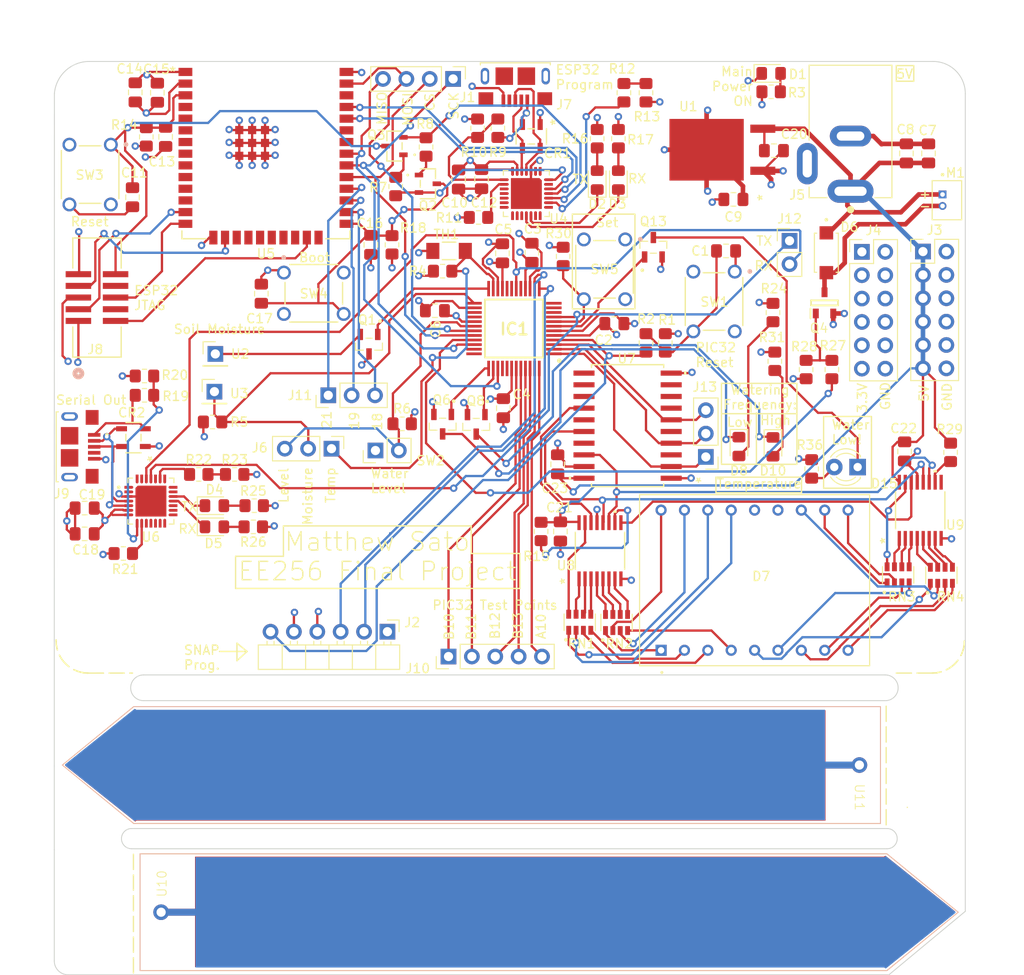
<source format=kicad_pcb>
(kicad_pcb (version 20221018) (generator pcbnew)
  (layers (0 "F.Cu" signal) (1 "In1.Cu" power) (2 "In2.Cu" power) (31 "B.Cu" signal) (34 "B.Paste" user) (35 "F.Paste" user) (36 "B.SilkS" user "B.Silkscreen") (37 "F.SilkS" user "F.Silkscreen") (38 "B.Mask" user) (39 "F.Mask" user) (44 "Edge.Cuts" user))
  (net 0 "")
  (net 1 "+5V")
  (net 2 "GND")
  (net 3 "+3.3V")
  (net 4 "/Pump/Pump")
  (net 5 "Net-(D1-A)")
  (net 6 "/Sensors/SoilMoisture")
  (net 7 "/Sensors/WaterLevel")
  (net 8 "Net-(U6-CTS)")
  (net 9 "Net-(D6-A)")
  (net 10 "/USB_Output/TX_Output")
  (net 13 "/Sensors/SoilActivate")
  (net 14 "/USB_Output/RX_Output")
  (net 16 "/Sensors/Temp")
  (net 17 "Net-(D2-K)")
  (net 18 "Net-(D2-A)")
  (net 19 "Net-(D3-A)")
  (net 20 "Net-(Q2-Pad1)")
  (net 21 "Net-(U6-~{RST})")
  (net 22 "Net-(J11-Pin_1)")
  (net 25 "Net-(U6-VBUS)")
  (net 36 "Net-(C1-Pad1)")
  (net 37 "Net-(U5-EN)")
  (net 38 "Net-(U5-IO0)")
  (net 39 "Net-(J7-VBUS)")
  (net 40 "Net-(J7-D-)")
  (net 41 "Net-(J7-D+)")
  (net 42 "Net-(J9-VBUS)")
  (net 43 "Net-(J9-D-)")
  (net 44 "Net-(J9-D+)")
  (net 45 "Net-(D3-K)")
  (net 46 "Net-(D4-K)")
  (net 47 "Net-(D4-A)")
  (net 48 "Net-(D5-K)")
  (net 49 "Net-(D5-A)")
  (net 50 "Net-(D8-K)")
  (net 51 "Net-(D8-A)")
  (net 52 "Net-(IC1-~{MCLR})")
  (net 53 "Net-(IC1-PGC1{slash}OA1IN+_{slash}_AN4_{slash}_C1IN1+_{slash}_C1IN3-_{slash}_RPB2_{slash}_RB2)")
  (net 54 "Net-(IC1-PGD1{slash}OA1IN-_{slash}_AN5_{slash}_CTCMP_{slash}_C1IN1-_{slash}_RTCC_{slash}_RPB3_{slash}_RB3)")
  (net 58 "/WiFi/MOSI")
  (net 59 "Net-(D10-K)")
  (net 60 "Net-(D10-A)")
  (net 63 "/WiFi/CS1")
  (net 64 "/WiFi/SCK1")
  (net 68 "Net-(D15-K)")
  (net 69 "Net-(D15-A)")
  (net 72 "Net-(IC1-TDO_{slash}_RPB10_{slash}_PWMH3_{slash}_RB10)")
  (net 73 "Net-(IC1-TCK_{slash}_RPB11_{slash}_PWML3_{slash}_RB11)")
  (net 74 "Net-(IC1-RPB12_{slash}_PWMH2_{slash}_RB12)")
  (net 75 "Net-(IC1-RPB13_{slash}_PWML2_{slash}_CTPLS_{slash}_RB13)")
  (net 76 "Net-(IC1-PWMH4_{slash}_RA10)")
  (net 80 "Net-(Q1-S)")
  (net 81 "Net-(U4-DTR)")
  (net 82 "Net-(Q3-Pad1)")
  (net 83 "Net-(U4-RTS)")
  (net 84 "Net-(Q4-G)")
  (net 85 "Net-(U4-VBUS)")
  (net 86 "Net-(U4-~{RST})")
  (net 87 "Net-(U4-CTS)")
  (net 88 "Net-(R12-Pad2)")
  (net 89 "Net-(J11-Pin_2)")
  (net 90 "Net-(R22-Pad2)")
  (net 103 "Net-(U4-RXD)")
  (net 104 "Net-(U4-TXD)")
  (net 122 "/WiFi/MISO")
  (net 123 "Net-(J11-Pin_3)")
  (net 129 "Net-(U5-IO14)")
  (net 130 "Net-(U5-IO13)")
  (net 131 "Net-(U5-IO15)")
  (net 133 "Net-(U5-IO12)")
  (net 135 "/UserIO/SCK")
  (net 136 "/UserIO/SS")
  (net 137 "/UserIO/SDO")
  (net 138 "/UserIO/WaterLow")
  (net 139 "/UserIO/UserButton")
  (net 140 "/UserIO/SetLevel1")
  (net 141 "/UserIO/SetLevel2")
  (net 142 "Net-(U8-*SRCLR)")
  (net 143 "Net-(U9-*SRCLR)")
  (net 144 "Net-(U8-QH')")
  (net 146 "Net-(D7-Pad1)")
  (net 147 "Net-(D7-Pad2)")
  (net 148 "Net-(D7-Pad3)")
  (net 149 "Net-(D7-Pad4)")
  (net 150 "Net-(D7-Pad5)")
  (net 151 "Net-(D7-Pad6)")
  (net 152 "Net-(D7-Pad7)")
  (net 153 "Net-(D7-Pad8)")
  (net 154 "Net-(D7-Pad9)")
  (net 155 "Net-(D7-Pad10)")
  (net 156 "Net-(D7-Pad11)")
  (net 157 "Net-(D7-Pad12)")
  (net 158 "Net-(D7-Pad15)")
  (net 159 "Net-(D7-Pad16)")
  (net 160 "Net-(D7-Pad17)")
  (net 161 "Net-(D7-Pad18)")
  (net 162 "Net-(U8-QA)")
  (net 163 "Net-(U8-QB)")
  (net 164 "Net-(U8-QC)")
  (net 165 "Net-(U8-QD)")
  (net 166 "Net-(U8-QE)")
  (net 167 "Net-(U8-QF)")
  (net 168 "Net-(U8-QG)")
  (net 169 "Net-(U8-QH)")
  (net 170 "Net-(U9-QD)")
  (net 171 "Net-(U9-QC)")
  (net 172 "Net-(U9-QB)")
  (net 173 "Net-(U9-QA)")
  (net 174 "Net-(U9-QH)")
  (net 175 "Net-(U9-QG)")
  (net 176 "Net-(U9-QF)")
  (net 177 "Net-(U9-QE)")
  (net 186 "Net-(U7-1Y3)")
  (net 188 "Net-(U7-1Y2)")
  (net 190 "Net-(U7-1Y1)")
  (net 191 "Net-(U10-Pad2)")
  (net 192 "Net-(U11-Pad2)")
  (footprint "LED_SMD:LED_0805_2012Metric_Pad1.15x1.40mm_HandSolder" (layer "F.Cu") (at 247.4 116.175 -90)
    (fp_text reference "D8")
    (fp_text value "Set Level 1" hide)
  )
  (footprint "Capacitor_SMD:C_0805_2012Metric_Pad1.18x1.45mm_HandSolder" (layer "F.Cu") (at 184.2 77.7 90)
    (fp_text reference "C15")
    (fp_text value "0.1 uF" hide)
  )
  (footprint "Resistor_SMD:R_0805_2012Metric_Pad1.20x1.40mm_HandSolder" (layer "F.Cu") (at 219.1 91.26)
    (fp_text reference "R11")
    (fp_text value "1k" hide)
  )
  (footprint "Capacitor_SMD:C_0805_2012Metric_Pad1.18x1.45mm_HandSolder" (layer "F.Cu") (at 221.8 112 90)
    (fp_text reference "C4")
    (fp_text value "0.1 uF" hide)
  )
  (footprint "MattsLibrary:AMPHENOL_10118193-0001LF" (layer "F.Cu") (at 223.1 75.9 180)
    (fp_text reference "J7")
    (fp_text value "USB_B_Micro" hide)
  )
  (footprint "Capacitor_SMD:C_0805_2012Metric_Pad1.18x1.45mm_HandSolder" (layer "F.Cu") (at 265.6 84.3 90)
    (fp_text reference "C8")
    (fp_text value "10 uF" hide)
  )
  (footprint "Connector_PinHeader_2.54mm:PinHeader_1x06_P2.54mm_Horizontal" (layer "F.Cu") (at 209.2 136.3 -90)
    (fp_text reference "J2")
    (fp_text value "Programmer" hide)
  )
  (footprint "MattsLibrary:DW20-M" (layer "F.Cu") (at 235.3 113.9 180)
    (fp_text reference "U7")
    (fp_text value "SN74ACT244DWR" hide)
  )
  (footprint "MattsLibrary:LED_HDSP-523G" (layer "F.Cu") (at 249.1 130.7 90)
    (fp_text reference "D7")
    (fp_text value "HDSP-523G" hide)
  )
  (footprint "MattsLibrary:TSSOP16_PW_TEX-M" (layer "F.Cu") (at 232.3 127.5 90)
    (fp_text reference "U8")
    (fp_text value "SN74HCS595PWR" hide)
  )
  (footprint "LED_SMD:LED_0805_2012Metric_Pad1.15x1.40mm_HandSolder" (layer "F.Cu") (at 234.3 87.2 90)
    (fp_text reference "D3")
    (fp_text value "LED" hide)
  )
  (footprint "MattsLibrary:CUI_PJ-002A" (layer "F.Cu") (at 259.526193 88.4125 90)
    (fp_text reference "J5")
    (fp_text value "Barrel_Jack" hide)
  )
  (footprint "Capacitor_SMD:C_0805_2012Metric_Pad1.18x1.45mm_HandSolder" (layer "F.Cu") (at 176.3 125.6625 180)
    (fp_text reference "C18")
    (fp_text value "0.1 uF" hide)
  )
  (footprint "Capacitor_SMD:C_0805_2012Metric_Pad1.18x1.45mm_HandSolder" (layer "F.Cu") (at 233.8625 102.8 180)
    (fp_text reference "C2")
    (fp_text value "0.1 uF" hide)
  )
  (footprint "Connector_PinHeader_2.54mm:PinHeader_1x02_P2.54mm_Vertical" (layer "F.Cu") (at 207.9 116.6 90)
    (fp_text reference "SW2")
    (fp_text value "Water Level" hide)
  )
  (footprint "Resistor_SMD:R_0805_2012Metric_Pad1.20x1.40mm_HandSolder" (layer "F.Cu") (at 221.2 81.56 90)
    (fp_text reference "R9")
    (fp_text value "22.1k" hide)
  )
  (footprint "LED_SMD:LED_0805_2012Metric_Pad1.15x1.40mm_HandSolder" (layer "F.Cu") (at 251.1 116.2 -90)
    (fp_text reference "D10")
    (fp_text value "Set Level 2" hide)
  )
  (footprint "Capacitor_SMD:C_0805_2012Metric_Pad1.18x1.45mm_HandSolder" (layer "F.Cu") (at 228 125.4 -90)
    (fp_text reference "C21")
    (fp_text value "0.1 uF" hide)
  )
  (footprint "MattsLibrary:2N7002__SOT95P240X111-3N" (layer "F.Cu") (at 215.2 113.74 -90)
    (fp_text reference "Q6")
    (fp_text value "2N7002" hide)
  )
  (footprint "MountingHole:MountingHole_3.2mm_M3" (layer "F.Cu") (at 268.4 78)
    (fp_text reference "H1" hide)
    (fp_text value "MountingHole" hide)
  )
  (footprint "Capacitor_SMD:C_0805_2012Metric_Pad1.18x1.45mm_HandSolder" (layer "F.Cu") (at 181.5 89.0625 90)
    (fp_text reference "C11")
    (fp_text value "0.1 uF" hide)
  )
  (footprint "Resistor_SMD:R_0805_2012Metric_Pad1.20x1.40mm_HandSolder" (layer "F.Cu") (at 237.3 104.9 -90)
    (fp_text reference "R2")
    (fp_text value "1k" hide)
  )
  (footprint "Capacitor_SMD:C_0805_2012Metric_Pad1.18x1.45mm_HandSolder" (layer "F.Cu") (at 214.3625 101.4)
    (fp_text reference "C6")
    (fp_text value "0.1 uF" hide)
  )
  (footprint "Connector_PinHeader_2.54mm:PinHeader_2x06_P2.54mm_Vertical" (layer "F.Cu") (at 267.4 94.97)
    (fp_text reference "J3")
    (fp_text value "5V Supply Points" hide)
  )
  (footprint "MattsLibrary:2N7002__SOT95P240X111-3N" (layer "F.Cu") (at 238.1 94.5 90)
    (fp_text reference "Q13")
    (fp_text value "2N7002" hide)
  )
  (footprint "Resistor_SMD:R_0805_2012Metric_Pad1.20x1.40mm_HandSolder" (layer "F.Cu") (at 180.5 127.8)
    (fp_text reference "R21")
    (fp_text value "1k" hide)
  )
  (footprint "MattsLibrary:TSSOP16_PW_TEX-M" (layer "F.Cu") (at 267.1 123.1 90)
    (fp_text reference "U9")
    (fp_text value "SN74HCS595PWR" hide)
  )
  (footprint "Connector_PinHeader_2.54mm:PinHeader_1x03_P2.54mm_Vertical" (layer "F.Cu") (at 202.775 110.6 90)
    (fp_text reference "J11")
    (fp_text value "ESP32 Test Points" hide)
  )
  (footprint "Connector_PinHeader_2.54mm:PinHeader_2x06_P2.54mm_Vertical" (layer "F.Cu") (at 260.76 95)
    (fp_text reference "J4")
    (fp_text value "3.3V Supply Points" hide)
  )
  (footprint "LED_SMD:LED_0805_2012Metric_Pad1.15x1.40mm_HandSolder" (layer "F.Cu") (at 190.4 124.9)
    (fp_text reference "D5")
    (fp_text value "RX Indicator" hide)
  )
  (footprint "MountingHole:MountingHole_3.2mm_M3" (layer "F.Cu") (at 176.7 78)
    (fp_text reference "H2" hide)
    (fp_text value "MountingHole" hide)
  )
  (footprint "Resistor_SMD:R_0805_2012Metric_Pad1.20x1.40mm_HandSolder" (layer "F.Cu") (at 210.1 87.9 90)
    (fp_text reference "R7")
    (fp_text value "10k" hide)
  )
  (footprint "Capacitor_SMD:C_0805_2012Metric_Pad1.18x1.45mm_HandSolder" (layer "F.Cu") (at 195.5 99.55 90)
    (fp_text reference "C17")
    (fp_text value "0.1 uF" hide)
  )
  (footprint "Connector_PinHeader_2.54mm:PinHeader_1x01_P2.54mm_Vertical" (layer "F.Cu") (at 190.4 110.2)
    (fp_text reference "U3")
    (fp_text value "SoilProbe1" hide)
  )
  (footprint "Capacitor_SMD:C_0805_2012Metric_Pad1.18x1.45mm_HandSolder" (layer "F.Cu") (at 246 94.9)
    (fp_text reference "C1")
    (fp_text value "0.1 uF" hide)
  )
  (footprint "Connector_PinHeader_2.54mm:PinHeader_1x05_P2.54mm_Vertical" (layer "F.Cu") (at 215.84 139 90)
    (fp_text reference "J10")
    (fp_text value "PIC32 Test Points" hide)
  )
  (footprint "MountingHole:MountingHole_3.2mm_M3" (layer "F.Cu") (at 268.4 137.3)
    (fp_text reference "H3" hide)
    (fp_text value "MountingHole" hide)
  )
  (footprint "Connector_PinHeader_2.54mm:PinHeader_1x03_P2.54mm_Vertical" (layer "F.Cu") (at 203.125 116.4 -90)
    (fp_text reference "J6")
    (fp_text value "Sensor Test Points" hide)
  )
  (footprint "Resistor_SMD:R_0805_2012Metric_Pad1.20x1.40mm_HandSolder" (layer "F.Cu") (at 183 82.5 90)
    (fp_text reference "R14")
    (fp_text value "10k" hide)
  )
  (footprint "Resistor_SMD:R_0805_2012Metric_Pad1.20x1.40mm_HandSolder" (layer "F.Cu") (at 190.2 113.5 180)
    (fp_text reference "R5")
    (fp_text value "10k" hide)
  )
  (footprint "Resistor_SMD:R_0805_2012Metric_Pad1.20x1.40mm_HandSolder" (layer "F.Cu") (at 270.4 116.8 90)
    (fp_text reference "R29")
    (fp_text value "1k" hide)
  )
  (footprint "Resistor_SMD:R_0805_2012Metric_Pad1.20x1.40mm_HandSolder" (layer "F.Cu") (at 255.3 118.6 90)
    (fp_text reference "R36")
    (fp_text value "27R" hide)
  )
  (footprint "Connector_PinHeader_2.54mm:PinHeader_1x01_P2.54mm_Vertical" (layer "F.Cu") (at 190.5 106.1)
    (fp_text reference "U2")
    (fp_text value "SoilProbe1" hide)
  )
  (footprint "MattsLibrary:SoilMoistureProbe" (layer "F.Cu") (at 222.201 166.8 90)
    (fp_text reference "U10")
    (fp_text value "~")
  )
  (footprint "LED_SMD:LED_0805_2012Metric_Pad1.15x1.40mm_HandSolder" (layer "F.Cu") (at 250.9 75.6)
    (fp_text reference "D1")
    (fp_text value "Main Power On" hide)
  )
  (footprint "Capacitor_SMD:C_0805_2012Metric_Pad1.18x1.45mm_HandSolder" (layer "F.Cu") (at 216.93125 87.135 -90)
    (fp_text reference "C10")
    (fp_text value "0.1 uF" hide)
  )
  (footprint "Capacitor_SMD:C_0805_2012Metric_Pad1.18x1.45mm_HandSolder" (layer "F.Cu") (at 251.2 84)
    (fp_text reference "C20")
    (fp_text value "10 uF" hide)
  )
  (footprint "Resistor_SMD:R_0805_2012Metric_Pad1.20x1.40mm_HandSolder" (layer "F.Cu") (at 251.1 101.6 90)
    (fp_text reference "R24")
    (fp_text value "100R" hide)
  )
  (footprint "Capacitor_SMD:C_0805_2012Metric_Pad1.18x1.45mm_HandSolder" (layer "F.Cu") (at 224.9 95.1 90)
    (fp_text reference "C3")
    (fp_text value "0.1 uF" hide)
  )
  (footprint "MattsLibrary:RESCAF80P320X160X60-8N" (layer "F.Cu") (at 264.7 130.125 90)
    (fp_text reference "RN3")
    (fp_text value "CAY16-301J4LF" hide)
  )
  (footprint "Resistor_SMD:R_0805_2012Metric_Pad1.20x1.40mm_HandSolder" (layer "F.Cu") (at 219 81.56 -90)
    (fp_text reference "R10")
    (fp_text value "47.5k" hide)
  )
  (footprint "Resistor_SMD:R_0805_2012Metric_Pad1.20x1.40mm_HandSolder" (layer "F.Cu") (at 250.9 77.6 180)
    (fp_text reference "R3")
    (fp_text value "100R" hide)
  )
  (footprint "MattsLibrary:TVS-SP05_LTF-M" (layer "F.Cu") (at 224.8348 82.44905 -90)
    (fp_text reference "CR1")
    (fp_text value "SP0503BAHTG" hide)
  )
  (footprint "Resistor_SMD:R_0805_2012Metric_Pad1.20x1.40mm_HandSolder" (layer "F.Cu") (at 239.4 104.9 -90)
    (fp_text reference "R1")
    (fp_text value "10k" hide)
  )
  (footprint "MattsLibrary:MOLEX_53047-0210" (layer "F.Cu") (at 269.525 89.3875 -90)
    (fp_text reference "M1")
    (fp_text value "Water Pump" hide)
  )
  (footprint "Resistor_SMD:R_0805_2012Metric_Pad1.20x1.40mm_HandSolder" (layer "F.Cu") (at 234.9 77.7 90)
    (fp_text reference "R12")
    (fp_text value "1k" hide)
  )
  (footprint "MattsLibrary:PIC32MK0128MCA048-I_Y8X__QFP50P900X900X120-48M" (layer "F.Cu") (at 222.95 103.338 180)
    (fp_text reference "IC1")
    (fp_text value "PIC32MK0128MCA048-I_Y8X" hide)
  )
  (footprint "Resistor_SMD:R_0805_2012Metric_Pad1.20x1.40mm_HandSolder" (layer "F.Cu") (at 215.2 97.1)
    (fp_text reference "R4")
    (fp_text value "10k" hide)
  )
  (footprint "Resistor_SMD:R_0805_2012Metric_Pad1.20x1.40mm_HandSolder" (layer "F.Cu") (at 209.7 94.2375 90)
    (fp_text reference "R18")
    (fp_text value "10k" hide)
  )
  (footprint "MattsLibrary:SS8050-G__TRAN_SS8050-G_CIP-L" (layer "F.Cu") (at 213.6 87.6 -90)
    (fp_text reference "Q2")
    (fp_text value "SS8050-G" hide)
  )
  (footprint "MattsLibrary:SW_B3F-1000_OMR" (layer "F.Cu") (at 197.949999 97.2549)
    (fp_text reference "SW4")
    (fp_text value "B3F-1020" hide)
  )
  (footprint "MattsLibrary:JTAG__CONN10_3221-10-0300-00_CNC" (layer "F.Cu") (at 177.640002 99.969998 90)
    (fp_text reference "J8")
    (fp_text value "3221-10-0300-00" hide)
  )
  (footprint "MattsLibrary:TVS-SP05_LTF-M" (layer "F.Cu") (at 181.6 115.2 180)
    (fp_text reference "CR2")
    (fp_text value "SP0503BAHTG" hide)
  )
  (footprint "MattsLibrary:SS8050-G__TRAN_SS8050-G_CIP-L" (layer "F.Cu") (at 209.9702 83.5 90)
    (fp_text reference "Q3")
    (fp_text value "SS8050-G" hide)
  )
  (footprint "Resistor_SMD:R_0805_2012Metric_Pad1.20x1.40mm_HandSolder" (layer "F.Cu") (at 257.5 107.8 90)
    (fp_text reference "R27")
    (fp_text value "220R" hide)
  )
  (footprint "MattsLibrary:SW_B3F-1000_OMR" (layer "F.Cu") (at 235.0451 93.649999 -90)
    (fp_text reference "SW5")
    (fp_text value "B3F-1020" hide)
  )
  (footprint "Resistor_SMD:R_0805_2012Metric_Pad1.20x1.40mm_HandSolder" (layer "F.Cu") (at 182.8 108.5)
    (fp_text reference "R20")
    (fp_text value "47.5k" hide)
  )
  (footprint "MattsLibrary:RESCAF80P320X160X60-8N" (layer "F.Cu") (at 230.1 135.275 90)
    (fp_text reference "RN1")
    (fp_text value "CAY16-301J4LF" hide)
  )
  (footprint "Capacitor_SMD:C_0805_2012Metric_Pad1.18x1.45mm_HandSolder" (layer "F.Cu") (at 265.4 116.7 -90)
    (fp_text reference "C22")
    (fp_text value "0.1 uF" hide)
  )
  (footprint "Capacitor_SMD:C_0805_2012Metric_Pad1.18x1.45mm_HandSolder" (layer "F.Cu") (at 219.43125 87.0975 -90)
    (fp_text reference "C12")
    (fp_text value "4.7 uF" hide)
  )
  (footprint "LED_THT:LED_D3.0mm" (layer "F.Cu") (at 260.3 118.4 180)
    (fp_text reference "D15")
    (fp_text value "Water Level Low" hide)
  )
  (footprint "Capacitor_SMD:C_0805_2012Metric_Pad1.18x1.45mm_HandSolder" (layer "F.Cu") (at 185.1 82.5 -90)
    (fp_text reference "C13")
    (fp_text value "0.1 uF" hide)
  )
  (footprint "Capacitor_SMD:C_0805_2012Metric_Pad1.18x1.45mm_HandSolder" (layer "F.Cu") (at 246.8 89.3)
    (fp_text reference "C9")
    (fp_text value "22 uF" hide)
  )
  (footprint "Capacitor_SMD:C_0805_2012Metric_Pad1.18x1.45mm_HandSolder" (layer "F.Cu") (at 207.4 94.2375 -90)
    (fp_text reference "C16")
    (fp_text value "0.1 uF" hide)
  )
  (footprint "Connector_PinHeader_2.54mm:PinHeader_1x03_P2.54mm_Vertical" (layer "F.Cu") (at 243.8 117.3 180)
    (fp_text reference "J13")
    (fp_text value "Shift Register Test Point" hide)
  )
  (footprint "Connector_PinHeader_2.54mm:PinHeader_1x02_P2.54mm_Vertical" (layer "F.Cu") (at 252.9 93.8)
    (fp_text reference "J12")
    (fp_text value "UART Test Point" hide)
  )
  (footprint "MattsLibrary:CP2102-28__IC_CP2102N-A02-GQFN28R" (layer "F.Cu") (at 224.3 88.66 -90)
    (fp_text reference "U4")
    (fp_text value "CP2102N-A02-GQFN28R" hide)
  )
  (footprint "Resistor_SMD:R_0805_2012Metric_Pad1.20x1.40mm_HandSolder" (layer "F.Cu") (at 210.8 113.7)
    (fp_text reference "R6")
    (fp_text value "1k" hide)
  )
  (footprint "MattsLibrary:SODFL5226X100N" (layer "F.Cu") (at 256.9 95.1 -90)
    (fp_text reference "D6")
    (fp_text value "RS2MAL" hide)
  )
  (footprint "Resistor_SMD:R_0805_2012Metric_Pad1.20x1.40mm_HandSolder" (layer "F.Cu") (at 254.7 107.8 -90)
    (fp_text reference "R28")
    (fp_text value "220k" hide)
  )
  (footprint "Capacitor_SMD:C_0805_2012Metric_Pad1.18x1.45mm_HandSolder" (layer "F.Cu") (at 268 84.3 90)
    (fp_text reference "C7")
    (fp_text value "0.1 uF" hide)
  )
  (footprint "Resistor_SMD:R_0805_2012Metric_Pad1.20x1.40mm_HandSolder" (layer "F.Cu") (at 194.625 124.9 180)
    (fp_text reference "R26")
    (fp_text value "100R" hide)
  )
  (footprint "Connector_PinHeader_2.54mm:PinHeader_1x04_P2.54mm_Vertical" (layer "F.Cu") (at 216.34 76.2 -90)
    (fp_text reference "J1")
    (fp_text value "SPI1 Test Point" hide)
  )
  (footprint "MattsLibrary:FDN335N__SOT95P251X112-3N" (layer "F.Cu") (at 256.7 100.55 90)
    (fp_text reference "Q4")
    (fp_text value "FDN335N" hide)
  )
  (footprint "LED_SMD:LED_0805_2012Metric_Pad1.15x1.40mm_HandSolder" (layer "F.Cu") (at 232 87.2 90)
    (fp_text reference "D2")
    (fp_text value "LED" hide)
  )
  (footprint "Capacitor_SMD:C_0805_2012Metric_Pad1.18x1.45mm_HandSolder" (layer "F.Cu") (at 227.7 118.1 90)
    (fp_text reference "C23")
    (fp_text value "0.1 uF" hide)
  )
  (footprint "Capacitor_SMD:C_0805_2012Metric_Pad1.18x1.45mm_HandSolder" (layer "F.Cu") (at 176.3 122.8625 180)
    (fp_text reference "C19")
    (fp_text value "4.7 uF" hide)
  )
  (footprint "MattsLibrary:AMPHENOL_10118193-0001LF" (layer "F.Cu") (at 174.6625 116.2 -90)
    (fp_text reference "J9")
    (fp_text value "USB_B_Micro" hide)
  )
  (footprint "MattsLibrary:2N7002__SOT95P240X111-3N" (layer "F.Cu") (at 218.85 113.76 -90)
    (fp_text reference "Q8")
    (fp_text value "2N7002" hide)
  )
  (footprint "MattsLibrary:RESCAF80P320X160X60-8N" (layer "F.Cu") (at 234.1 135.3 90)
    (fp_text reference "RN2")
    (fp_text value "CAY16-301J4LF" hide)
  )
  (footprint "Resistor_SMD:R_0805_2012Metric_Pad1.20x1.40mm_HandSolder" (layer "F.Cu") (at 213.4 83.6 -90)
    (fp_text reference "R8")
    (fp_text value "10k" hide)
  )
  (footprint "Resistor_SMD:R_0805_2012Metric_Pad1.20x1.40mm_HandSolder" (layer "F.Cu") (at 232 82.7 -90)
    (fp_text reference "R16")
    (fp_text value "100R" hide)
  )
  (footprint "Resistor_SMD:R_0805_2012Metric_Pad1.20x1.40mm_HandSolder" (layer "F.Cu") (at 194.725 122.6 180)
    (fp_text reference "R25")
    (fp_text value "100R" hide)
  )
  (footprint "MattsLibrary:SoilMoistureProbe" (layer "F.Cu") (at 222.899 150.8 -90)
    (fp_text reference "U11")
    (fp_text value "~")
  )
  (footprint "LED_SMD:LED_0805_2012Metric_Pad1.15x1.40mm_HandSolder" (layer "F.Cu") (at 190.4 122.6)
    (fp_text reference "D4")
    (fp_text value "TX Indicator" hide)
  )
  (footprint "MattsLibrary:SM_USS-M" (layer "F.Cu") (at 215.9 94.9 180)
    (fp_text reference "TH1")
    (fp_text value "10k @ 25 C" hide)
  )
  (footprint "Resistor_SMD:R_0805_2012Metric_Pad1.20x1.40mm_HandSolder" (layer "F.Cu") (at 251.3 106.9 90)
    (fp_text reference "R31")
    (fp_text value "100R" hide)
  )
  (footprint "MattsLibrary:2N7002__SOT95P240X111-3N" (layer "F.Cu") (at 207.2 105.04 -90)
    (fp_text reference "Q1")
    (fp_text value "2N7002" hide)
  )
  (footprint "Capacitor_SMD:C_0805_2012Metric_Pad1.18x1.45mm_HandSolder" (layer "F.Cu") (at 181.8 77.6625 90)
    (fp_text reference "C14")
    (fp_text value "22 uF" hide)
  )
  (footprint "Resistor_SMD:R_0805_2012Metric_Pad1.20x1.40mm_HandSolder" (layer "F.Cu") (at 192.6 119.2)
    (fp_text reference "R23")
    (fp_text value "0R" hide)
  )
  (footprint "MattsLibrary:CP2102-28__IC_CP2102N-A02-GQFN28R" (layer "F.Cu") (at 183.5 122.1)
    (fp_text reference "U6")
    (fp_text value "CP2102N-A02-GQFN28R" hide)
  )
  (footprint "MattsLibrary:RESCAF80P320X160X60-8N" (layer "F.Cu") (at 269.4 130.1675 90)
    (fp_text reference "RN4")
    (fp_text value "CAY16-301J4LF" hide)
  )
  (footprint "MattsLibrary:SW_B3F-1000_OMR" (layer "F.Cu") (at 179.1451 83.349999 -90)
    (fp_text reference "SW3")
    (fp_text value "B3F-1020" hide)
  )
  (footprint "Resistor_SMD:R_0805_2012Metric_Pad1.20x1.40mm_HandSolder" (layer "F.Cu") (at 188.7 119.2)
    (fp_text reference "R22")
    (fp_text value "1k" hide)
  )
  (footprint "MattsLibrary:ESP32­WROOM­32E_EXP" (layer "F.Cu") (at 196 80.7)
    (fp_text reference "U5")
    (fp_text value "ESP32-WROOM-32E-N8" hide)
  )
  (footprint "Resistor_SMD:R_0805_2012Metric_Pad1.20x1.40mm_HandSolder" (layer "F.Cu") (at 228.3 95.5 -90)
    (fp_text reference "R30")
    (fp_text value "1k" hide)
  )
  (footprint "Capacitor_SMD:C_0805_2012Metric_Pad1.18x1.45mm_HandSolder" (layer "F.Cu") (at 221.7 95.1625 90)
    (fp_text reference "C5")
    (fp_text value "0.1 uF" hide)
  )
  (footprint "MountingHole:MountingHole_3.2mm_M3" (layer "F.Cu") (at 176.7 137.3)
    (fp_text reference "H4" hide)
    (fp_text value "MountingHole" hide)
  )
  (footprint "Resistor_SMD:R_0805_2012Metric_Pad1.20x1.40mm_HandSolder" (layer "F.Cu") (at 237.3 77.7 -90)
    (fp_text reference "R13")
    (fp_text value "0R" hide)
  )
  (footprint "Resistor_SMD:R_0805_2012Metric_Pad1.20x1.40mm_HandSolder" (layer "F.Cu") (at 234.3 82.7 -90)
    (fp_text reference "R17")
    (fp_text value "100R" hide)
  )
  (footprint "MattsLibrary:TO-252-3_6P6X6P1_DIO-M" (layer "F.Cu") (at 243.9363 83.9 90)
    (fp_text reference "U1")
    (fp_text value "AZ1084CD-3.3TRG1" hide)
  )
  (footprint "MattsLibrary:SW_B3F-1000_OMR" (layer "F.Cu") (at 246.9451 97.149999 -90)
    (fp_text reference "SW1")
    (fp_text value "B3F-1020" hide)
  )
  (footprint "Resistor_SMD:R_0805_2012Metric_Pad1.20x1.40mm_HandSolder" (layer "F.Cu") (at 182.8 110.6)
    (fp_text reference "R19")
    (fp_text value "22.1k" hide)
  )
  (footprint "Resistor_SMD:R_0805_2012Metric_Pad1.20x1.40mm_HandSolder" (layer "F.Cu") (at 225.9 125.4 90)
    (fp_text reference "R15")
    (fp_text value "1k" hide)
  )
  (gr_line (start 245.5 112.6) (end 253.7 112.6) (stroke (width 0.15)) (layer "F.SilkS"))
  (gr_line (start 192.7 128.1) (end 197.9 128.1) (stroke (width 0.15)) (layer "F.SilkS"))
  (gr_arc (start 271.9 137.3) (mid 270.874874 139.774873) (end 268.4 140.8) (stroke (width 0.15) (type dash)) (layer "F.SilkS"))
  (gr_line (start 197.9 128.1) (end 197.9 124.8) (stroke (width 0.15)) (layer "F.SilkS"))
  (gr_arc (start 176.7 140.801428) (mid 174.18901 139.740272) (end 173.2 137.2) (stroke (width 0.15) (type dash)) (layer "F.SilkS"))
  (gr_rect (start 245.5 109.3) (end 253.7 118.1) (stroke (width 0.15)) (fill none) (layer "F.SilkS"))
  (gr_line (start 223.6 131.6) (end 192.7 131.6) (stroke (width 0.15)) (layer "F.SilkS"))
  (gr_rect (start 229.3 90.9) (end 236.1 101.2) (stroke (width 0.15)) (fill none) (layer "F.SilkS"))
  (gr_line (start 192.85 139.45) (end 192.85 137.55) (stroke (width 0.15)) (layer "F.SilkS"))
  (gr_line (start 193.95 138.45) (end 192.85 139.45) (stroke (width 0.15)) (layer "F.SilkS"))
  (gr_line (start 265.7 155.4) (end 265.7 155.4) (stroke (width 0.15) (type dash)) (layer "F.SilkS"))
  (gr_line (start 190.95 138.45) (end 193.95 138.45) (stroke (width 0.15)) (layer "F.SilkS"))
  (gr_line (start 192.7 131.6) (end 192.7 128.1) (stroke (width 0.15)) (layer "F.SilkS"))
  (gr_line (start 268.4 140.8) (end 264.2 140.8) (stroke (width 0.15) (type dash)) (layer "F.SilkS"))
  (gr_rect (start 264.5 74.75) (end 266.4 76.45) (stroke (width 0.15)) (fill none) (layer "F.SilkS"))
  (gr_line (start 249.3 112.5) (end 249.3 118) (stroke (width 0.15)) (layer "F.SilkS"))
  (gr_rect (start 256.6 112.9) (end 261.8 120.7) (stroke (width 0.15)) (fill none) (layer "F.SilkS"))
  (gr_line (start 198.4 124.8) (end 218.3 124.8) (stroke (width 0.15)) (layer "F.SilkS"))
  (gr_line (start 223.6 127.8) (end 223.6 131.6) (stroke (width 0.15)) (layer "F.SilkS"))
  (gr_line (start 197.9 124.8) (end 198.4 124.8) (stroke (width 0.15)) (layer "F.SilkS"))
  (gr_rect (start 244.9 119.5) (end 254.2 121.2) (stroke (width 0.15)) (fill none) (layer "F.SilkS"))
  (gr_line (start 192.85 137.55) (end 193.95 138.45) (stroke (width 0.15)) (layer "F.SilkS"))
  (gr_line (start 176.7 140.801428) (end 181.5 140.8) (stroke (width 0.15) (type dash)) (layer "F.SilkS"))
  (gr_line (start 181.6 173.4) (end 181.6 160.1) (stroke (width 0.15) (type dash)) (layer "F.SilkS"))
  (gr_line (start 218.3 127.8) (end 223.6 127.8) (stroke (width 0.15)) (layer "F.SilkS"))
  (gr_line (start 263.4 157.3) (end 263.4 144) (stroke (width 0.15) (type dash)) (layer "F.SilkS"))
  (gr_line (start 218.3 124.8) (end 218.3 127.8) (stroke (width 0.15)) (layer "F.SilkS"))
  (gr_line locked (start 268.5 74.3) (end 176.8 74.3) (stroke (width 0.1)) (layer "Edge.Cuts"))
  (gr_line (start 272 166.7) (end 272 137.4) (stroke (width 0.1)) (layer "Edge.Cuts"))
  (gr_line (start 181.4 159.9) (end 263.5 159.9) (stroke (width 0.1)) (layer "Edge.Cuts"))
  (gr_line (start 263.3 141) (end 182.7 141) (stroke (width 0.1)) (layer "Edge.Cuts"))
  (gr_arc locked (start 268.5 74.3) (mid 270.974874 75.325126) (end 272 77.8) (stroke (width 0.1)) (layer "Edge.Cuts"))
  (gr_line (start 173 150.9) (end 173 160) (stroke (width 0.1)) (layer "Edge.Cuts"))
  (gr_line (start 173 172.1) (end 173 160) (stroke (width 0.1)) (layer "Edge.Cuts"))
  (gr_arc (start 181.4 159.9) (mid 180.3 158.8) (end 181.4 157.7) (stroke (width 0.1)) (layer "Edge.Cuts"))
  (gr_arc (start 263.3 141) (mid 264.69911 142.449905) (end 263.200254 143.796442) (stroke (width 0.1)) (layer "Edge.Cuts"))
  (gr_line (start 272 166.7) (end 263.7 173.6) (stroke (width 0.1)) (layer "Edge.Cuts"))
  (gr_arc locked (start 173.011193 77.808553) (mid 174.218092 75.311856) (end 176.8 74.3) (stroke (width 0.1)) (layer "Edge.Cuts"))
  (gr_line locked (start 272 137.4) (end 272 77.8) (stroke (width 0.1)) (layer "Edge.Cuts"))
  (gr_line (start 263.5 157.7) (end 181.4 157.7) (stroke (width 0.1)) (layer "Edge.Cuts"))
  (gr_line locked (start 173.011193 77.808553) (end 173 137.2) (stroke (width 0.1)) (layer "Edge.Cuts"))
  (gr_line (start 173 150.9) (end 173 137.2) (stroke (width 0.1)) (layer "Edge.Cuts"))
  (gr_arc (start 182.7 143.8) (mid 181.3 142.4) (end 182.7 141) (stroke (width 0.1)) (layer "Edge.Cuts"))
  (gr_arc (start 174.5 173.6) (mid 173.43934 173.16066) (end 173 172.1) (stroke (width 0.1)) (layer "Edge.Cuts"))
  (gr_arc (start 263.5 157.7) (mid 264.6 158.8) (end 263.5 159.9) (stroke (width 0.1)) (layer "Edge.Cuts"))
  (gr_line (start 263.2 143.8) (end 182.7 143.8) (stroke (width 0.1)) (layer "Edge.Cuts"))
  (gr_line (start 263.7 173.6) (end 174.5 173.6) (stroke (width 0.1)) (layer "Edge.Cuts"))
  (gr_text "5V" (at 264.4 76.25) (layer "F.SilkS") (effects (font (size 1 1)) (justify left bottom)))
  (gr_text "21" (at 203.2 114.3 90) (layer "F.SilkS") (effects (font (size 1 1)) (justify left bottom)))
  (gr_text "Low" (at 246 114.1) (layer "F.SilkS") (effects (font (size 1 1)) (justify left bottom)))
  (gr_text "RX" (at 186.4 125.7) (layer "F.SilkS") (effects (font (size 1 1)) (justify left bottom)))
  (gr_text "Water\nLow!" (at 257.4 116) (layer "F.SilkS") (effects (font (size 1 1)) (justify left bottom)))
  (gr_text "High" (at 249.6 113.9) (layer "F.SilkS") (effects (font (size 1 1)) (justify left bottom)))
  (gr_text "SNAP\nProg." (at 187 140.5) (layer "F.SilkS") (effects (font (size 1 1)) (justify left bottom)))
  (gr_text "B13" (at 223.98 137.2 90) (layer "F.SilkS") (effects (font (size 1 1)) (justify left bottom)))
  (gr_text "A10" (at 226.48 137.2 90) (layer "F.SilkS") (effects (font (size 1 1)) (justify left bottom)))
  (gr_text "MISO" (at 209.2 81.3 90) (layer "F.SilkS") (effects (font (size 1 1)) (justify left bottom)))
  (gr_text "PIC32 Test Points" (at 214 134) (layer "F.SilkS") (effects (font (size 1 1)) (justify left bottom)))
  (gr_text "Level" (at 198.525 122.4 90) (layer "F.SilkS") (effects (font (size 1 1)) (justify left bottom)))
  (gr_text "3.3V" (at 261.4 112.6 90) (layer "F.SilkS") (effects (font (size 1 1)) (justify left bottom)))
  (gr_text "Watering\nFrequency:" (at 249.7 112.2) (layer "F.SilkS") (effects (font (size 1 1)) (justify bottom)))
  (gr_text "Boot" (at 199.5 96.2) (layer "F.SilkS") (effects (font (size 1 1)) (justify left bottom)))
  (gr_text "Serial Out" (at 173.1 111.7) (layer "F.SilkS") (effects (font (size 1 1)) (justify left bottom)))
  (gr_text "Reset" (at 174.7 92.3) (layer "F.SilkS") (effects (font (size 1 1)) (justify left bottom)))
  (gr_text "B10" (at 216.5 137.3 90) (layer "F.SilkS") (effects (font (size 1 1)) (justify left bottom)))
  (gr_text "MOSI" (at 212 81.4 90) (layer "F.SilkS") (effects (font (size 1 1)) (justify left bottom)))
  (gr_text "RX" (at 235.26 87.63) (layer "F.SilkS") (effects (font (size 1 1)) (justify left bottom)))
  (gr_text "B11" (at 218.9 137.3 90) (layer "F.SilkS") (effects (font (size 1 1)) (justify left bottom)))
  (gr_text "Soil Moisture" (at 185.9 104) (layer "F.SilkS") (effects (font (size 1 1)) (justify left bottom)))
  (gr_text "5V" (at 268.1 111.4 90) (layer "F.SilkS") (effects (font (size 1 1)) (justify left bottom)))
  (gr_text "Set" (at 231.8 92.4) (layer "F.SilkS") (effects (font (size 1 1)) (justify left bottom)))
  (gr_text "GND" (at 263.9 112.3 90) (layer "F.SilkS") (effects (font (size 1 1)) (justify left bottom)))
  (gr_text "ESP32\nProgram" (at 227.4 77.4) (layer "F.SilkS") (effects (font (size 1 1)) (justify left bottom)))
  (gr_text "-" (at 266.9 90.6) (layer "F.SilkS") (effects (font (size 1 1)) (justify left bottom)))
  (gr_text "18" (at 208.7 114.5 90) (layer "F.SilkS") (effects (font (size 1 1)) (justify left bottom)))
  (gr_text "Temperature" (at 244.9 120.8) (layer "F.SilkS") (effects (font (size 1 1)) (justify left bottom)))
  (gr_text "Matthew Sato\nEE256 Final Project" (at 208.1 130.9) (layer "F.SilkS") (effects (font (size 2 2)) (justify bottom)))
  (gr_text "+" (at 266.9 89.3) (layer "F.SilkS") (effects (font (size 1 1)) (justify left bottom)))
  (gr_text "TX" (at 249.2 94.4) (layer "F.SilkS") (effects (font (size 1 1)) (justify left bottom)))
  (gr_text "Temp" (at 203.6 122.4 90) (layer "F.SilkS") (effects (font (size 1 1)) (justify left bottom)))
  (gr_text "B12" (at 221.48 137.2 90) (layer "F.SilkS") (effects (font (size 1 1)) (justify left bottom)))
  (gr_text "CS" (at 214.4 79.8 90) (layer "F.SilkS") (effects (font (size 1 1)) (justify left bottom)))
  (gr_text "19" (at 206.2 114.4 90) (layer "F.SilkS") (effects (font (size 1 1)) (justify left bottom)))
  (gr_text "Moisture" (at 201.125 124.8 90) (layer "F.SilkS") (effects (font (size 1 1)) (justify left bottom)))
  (gr_text "Main\nPower\nON" (at 249 79.2) (layer "F.SilkS") (effects (font (size 1 1)) (justify right bottom)))
  (gr_text "SCK" (at 217 80.7 90) (layer "F.SilkS") (effects (font (size 1 1)) (justify left bottom)))
  (gr_text "PIC32\nReset" (at 242.6 107.6) (layer "F.SilkS") (effects (font (size 1 1)) (justify left bottom)))
  (gr_text "ESP32\nJTAG" (at 181.6 101.4) (layer "F.SilkS") (effects (font (size 1 1)) (justify left bottom)))
  (gr_text "Water\nLevel" (at 207.3 121.3) (layer "F.SilkS") (effects (font (size 1 1)) (justify left bottom)))
  (gr_text "RX" (at 249 97.1) (layer "F.SilkS") (effects (font (size 1 1)) (justify left bottom)))
  (gr_text "TX" (at 186.7 123.3) (layer "F.SilkS") (effects (font (size 1 1)) (justify left bottom)))
  (gr_text "TX" (at 229.2 87.7) (layer "F.SilkS") (effects (font (size 1 1)) (justify left bottom)))
  (gr_text "GND" (at 270.6 112.4 90) (layer "F.SilkS") (effects (font (size 1 1)) (justify left bottom)))
  (segment (start 259.526193 88.4125) (end 259.526193 86.6625) (width 0.5) (layer "F.Cu") (net 1))
  (segment (start 259.917386 90.7) (end 265 90.7) (width 0.5) (layer "F.Cu") (net 1))
  (segment (start 264.6375 115.6625) (end 266.7 115.6625) (width 0.25) (layer "F.Cu") (net 1))
  (segment (start 266.7 115.6625) (end 267.4 114.9625) (width 0.25) (layer "F.Cu") (net 1))
  (segment (start 265 90.7) (end 266.9375 88.7625) (width 0.5) (layer "F.Cu") (net 1))
  (segment (start 262.6625 85.3375) (end 265.6 85.3375) (width 0.5) (layer "F.Cu") (net 1))
  (segment (start 229.941899 124.3625) (end 230.025049 124.44565) (width 0.25) (layer "F.Cu") (net 1))
  (segment (start 259.526193 86.6625) (end 254.477693 81.614) (width 0.5) (layer "F.Cu") (net 1))
  (segment (start 267.4 114.9625) (end 267.4 107.67) (width 0.25) (layer "F.Cu") (net 1))
  (segment (start 259.5875 88.4125) (end 262.6625 85.3375) (width 0.5) (layer "F.Cu") (net 1))
  (segment (start 264.1 119.320601) (end 264.1 116.2) (width 0.25) (layer "F.Cu") (net 1))
  (segment (start 227.7 119.4) (end 229.4 121.1) (width 0.25) (layer "F.Cu") (net 1))
  (segment (start 264.825049 120.04565) (end 264.1 119.320601) (width 0.25) (layer "F.Cu") (net 1))
  (segment (start 259.658693 90.441307) (end 257.165 92.935) (width 0.5) (layer "F.Cu") (net 1))
  (segment (start 266.9375 88.7625) (end 269.525 88.7625) (width 0.5) (layer "F.Cu") (net 1))
  (segment (start 259.1875 89.970114) (end 259.658693 90.441307) (width 0.5) (layer "F.Cu") (net 1))
  (segment (start 228 124.3625) (end 229.941899 124.3625) (width 0.25) (layer "F.Cu") (net 1))
  (segment (start 250.1625 84) (end 250.1625 81.7823) (width 0.25) (layer "F.Cu") (net 1))
  (segment (start 268.7 108.97) (end 267.4 107.67) (width 0.25) (layer "F.Cu") (net 1))
  (segment (start 254.477693 81.614) (end 249.9942 81.614) (width 0.5) (layer "F.Cu") (net 1))
  (segment (start 228.1775 119.615) (end 227.7 119.1375) (width 0.25) (layer "F.Cu") (net 1))
  (segment (start 268.7 114.1) (end 268.7 108.97) (width 0.25) (layer "F.Cu") (net 1))
  (segment (start 225.9 124.4) (end 227.9625 124.4) (width 0.25) (layer "F.Cu") (net 1))
  (segment (start 264.1 116.2) (end 264.6375 115.6625) (width 0.25) (layer "F.Cu") (net 1))
  (segment (start 265.6 85.3375) (end 268 85.3375) (width 0.5) (layer "F.Cu") (net 1))
  (segment (start 270.4 115.8) (end 268.7 114.1) (width 0.25) (layer "F.Cu") (net 1))
  (segment (start 228 124.3625) (end 228 123.3) (width 0.25) (layer "F.Cu") (net 1))
  (segment (start 228 123.3) (end 228.2 123.1) (width 0.25) (layer "F.Cu") (net 1))
  (segment (start 259.1875 88.4125) (end 259.1875 89.970114) (width 0.5) (layer "F.Cu") (net 1))
  (segment (start 259.658693 90.441307) (end 259.917386 90.7) (width 0.5) (layer "F.Cu") (net 1))
  (segment (start 230.5629 119.615) (end 228.1775 119.615) (width 0.25) (layer "F.Cu") (net 1))
  (via (at 229.4 121.1) (size 0.8) (drill 0.4) (layers "F.Cu" "B.Cu") (net 1))
  (via (at 228.2 123.1) (size 0.8) (drill 0.4) (layers "F.Cu" "B.Cu") (net 1))
  (segment (start 231.761 120.4) (end 253.3 120.4) (width 0.25) (layer "B.Cu") (net 1))
  (segment (start 229.4 121.1) (end 230.1 120.4) (width 0.25) (layer "B.Cu") (net 1))
  (segment (start 229.139 122.161) (end 230 122.161) (width 0.25) (layer "B.Cu") (net 1))
  (segment (start 228.2 123.1) (end 229.139 122.161) (width 0.25) (layer "B.Cu") (net 1))
  (segment (start 253.3 120.4) (end 266.03 107.67) (width 0.25) (layer "B.Cu") (net 1))
  (segment (start 267.4 100.05) (end 267.4 102.59) (width 0.5) (layer "B.Cu") (net 1))
  (segment (start 267.4 105.13) (end 267.4 107.67) (width 0.5) (layer "B.Cu") (net 1))
  (segment (start 267.4 102.59) (end 267.4 105.13) (width 0.5) (layer "B.Cu") (net 1))
  (segment (start 230 122.161) (end 231.761 120.4) (width 0.25) (layer "B.Cu") (net 1))
  (segment (start 267.4 97.51) (end 267.4 100.05) (width 0.5) (layer "B.Cu") (net 1))
  (segment (start 266.03 107.67) (end 267.4 107.67) (width 0.25) (layer "B.Cu") (net 1))
  (segment (start 267.4 94.97) (end 267.4 97.51) (width 0.5) (layer "B.Cu") (net 1))
  (segment (start 260.8425 88.4125) (end 267.4 94.97) (width 0.5) (layer "B.Cu") (net 1))
  (segment (start 230.1 120.4) (end 231.761 120.4) (width 0.25) (layer "B.Cu") (net 1))
  (segment (start 244.8 89.3) (end 244.5 89.6) (width 0.25) (layer "F.Cu") (net 2))
  (segment (start 195.9 84.56) (end 194.5 84.56) (width 0.25) (layer "F.Cu") (net 2))
  (segment (start 215.4 101.4) (end 215.944 101.944) (width 0.25) (layer "F.Cu") (net 2))
  (segment (start 193.1 83.16) (end 193.1 81.76) (width 0.25) (layer "F.Cu") (net 2))
  (segment (start 195.9 84.56) (end 195.9 83.16) (width 0.25) (layer "F.Cu") (net 2))
  (segment (start 215.944 101.944) (end 216.664373 101.944) (width 0.25) (layer "F.Cu") (net 2))
  (segment (start 227 94.5) (end 226.8 94.3) (width 0.25) (layer "F.Cu") (net 2))
  (segment (start 174.565904 99.969998) (end 173.9 100.635902) (width 0.25) (layer "F.Cu") (net 2))
  (segment (start 220.4375 96.2) (end 220.3 96.0625) (width 0.25) (layer "F.Cu") (net 2))
  (segment (start 182.5805 75.8) (end 183 75.8) (width 0.25) (layer "F.Cu") (net 2))
  (segment (start 250.0082 86.2) (end 252.2 86.2) (width 0.5) (layer "F.Cu") (net 2))
  (segment (start 217.9 112.7) (end 217.9 111.8) (width 0.25) (layer "F.Cu") (net 2))
  (segment (start 224.8 85.682452) (end 224.8 86.26) (width 0.25) (layer "F.Cu") (net 2))
  (segment (start 195.9 81.76) (end 195.9 83.16) (width 0.25) (layer "F.Cu") (net 2))
  (segment (start 192 84.5) (end 192.06 84.56) (width 0.25) (layer "F.Cu") (net 2))
  (segment (start 195.5 98.5125) (end 195.5 97.7) (width 0.25) (layer "F.Cu") (net 2))
  (segment (start 270.45435 126.15435) (end 270.5 126.2) (width 0.25) (layer "F.Cu") (net 2))
  (segment (start 192.06 84.56) (end 193.1 84.56) (width 0.25) (layer "F.Cu") (net 2))
  (segment (start 219.43125 88.135) (end 216.96875 88.135) (width 0.25) (layer "F.Cu") (net 2))
  (segment (start 196.94 83.16) (end 197 83.1) (width 0.25) (layer "F.Cu") (net 2))
  (segment (start 258.85 101.7) (end 257.65 101.7) (width 0.5) (layer "F.Cu") (net 2))
  (segment (start 190.285 93.45) (end 189.85 93.45) (width 0.25) (layer "F.Cu") (net 2))
  (segment (start 245.7625 89.3) (end 244.8 89.3) (width 0.25) (layer "F.Cu") (net 2))
  (segment (start 262.9 83.3) (end 262.9375 83.2625) (width 0.5) (layer "F.Cu") (net 2))
  (segment (start 219.43125 88.5975) (end 218.86875 89.16) (width 0.25) (layer "F.Cu") (net 2))
  (segment (start 249.875 75.625) (end 249.1 76.4) (width 0.25) (layer "F.Cu") (net 2))
  (segment (start 195.9 83.16) (end 194.5 83.16) (width 0.25) (layer "F.Cu") (net 2))
  (segment (start 192.06 83.16) (end 193.1 83.16) (width 0.25) (layer "F.Cu") (net 2))
  (segment (start 194.5 84.56) (end 194.5 85.6) (width 0.25) (layer "F.Cu") (net 2))
  (segment (start 221.7 96.2) (end 221.7 99) (width 0.25) (layer "F.Cu") (net 2))
  (segment (start 194.5 84.56) (end 193.1 84.56) (width 0.25) (layer "F.Cu") (net 2))
  (segment (start 266.775007 120.04565) (end 266.775007 119.112507) (width 0.25) (layer "F.Cu") (net 2))
  (segment (start 269.374951 126.15435) (end 270.45435 126.15435) (width 0.25) (layer "F.Cu") (net 2))
  (segment (start 217.9 111.8) (end 217.5 111.4) (width 0.25) (layer "F.Cu") (net 2))
  (segment (start 211.8 112.7855) (end 212.1855 112.4) (width 0.25) (layer "F.Cu") (net 2))
  (segment (start 175.7 92.849998) (end 175.7 97.350002) (width 0.25) (layer "F.Cu") (net 2))
  (segment (start 234.574951 130.55435) (end 235.55435 130.55435) (width 0.25) (layer "F.Cu") (net 2))
  (segment (start 228.3 94.5) (end 227 94.5) (width 0.25) (layer "F.Cu") (net 2))
  (segment (start 206.34 75.44) (end 206.4 75.5) (width 0.25) (layer "F.Cu") (net 2))
  (segment (start 250.9 87.0918) (end 249.9942 86.186) (width 0.5) (layer "F.Cu") (net 2))
  (segment (start 173.9 106.3) (end 174.5 106.9) (width 0.25) (layer "F.Cu") (net 2))
  (segment (start 218.612 102.588) (end 217.288 102.588) (width 0.25) (layer "F.Cu") (net 2))
  (segment (start 266.775007 119.112507) (end 265.4 117.7375) (width 0.25) (layer "F.Cu") (net 2))
  (segment (start 189.85 93.45) (end 189 94.3) (width 0.25) (layer "F.Cu") (net 2))
  (segment (start 217.288 102.567627) (end 216.664373 101.944) (width 0.25) (layer "F.Cu") (net 2))
  (segment (start 181.8 108.5) (end 180.4 108.5) (width 0.25) (layer "F.Cu") (net 2))
  (segment (start 221.3 77.2) (end 218.6 77.2) (width 0.25) (layer "F.Cu") (net 2))
  (segment (start 231.975007 124.44565) (end 231.975007 123) (width 0.25) (layer "F.Cu") (net 2))
  (segment (start 235.55435 130.55435) (end 235.7 130.7) (width 0.25) (layer "F.Cu") (net 2))
  (segment (start 183.05 75.75) (end 183.3695 75.75) (width 0.25) (layer "F.Cu") (net 2))
  (segment (start 239.05 95.56) (end 239.05 96.75) (width 0.25) (layer "F.Cu") (net 2))
  (segment (start 228.545 118.345) (end 228.4 118.2) (width 0.25) (layer "F.Cu") (net 2))
  (segment (start 201.58 134.22) (end 201.7 134.1) (width 0.25) (layer "F.Cu") (net 2))
  (segment (start 221.8 77.7) (end 221.3 77.2) (width 0.25) (layer "F.Cu") (net 2))
  (segment (start 196.94 81.76) (end 197 81.7) (width 0.25) (layer "F.Cu") (net 2))
  (segment (start 189.2 113.5) (end 189.2 115) (width 0.25) (layer "F.Cu") (net 2))
  (segment (start 225.753954 85.053954) (end 225.428498 85.053954) (width 0.25) (layer "F.Cu") (net 2))
  (segment (start 192 83.1) (end 192.06 83.16) (width 0.25) (layer "F.Cu") (net 2))
  (segment (start 227.7 117.0625) (end 227.7 115.8) (width 0.25) (layer "F.Cu") (net 2))
  (segment (start 219 80.56) (end 217.6 80.56) (width 0.25) (layer "F.Cu") (net 2))
  (segment (start 201.58 136.3) (end 201.58 134.22) (width 0.25) (layer "F.Cu") (net 2))
  (segment (start 194.5 81.76) (end 194.5 80.7) (width 0.25) (layer "F.Cu") (net 2))
  (segment (start 184.3348 116.1652) (end 184.4 116.1) (width 0.25) (layer "F.Cu") (net 2))
  (segment (start 214.1347 94.9) (end 212.8 94.9) (width 0.25) (layer "F.Cu") (net 2))
  (segment (start 221.8 78.575) (end 221.8 77.7) (width 0.25) (layer "F.Cu") (net 2))
  (segment (start 183.3695 75.75) (end 184.2 76.5805) (width 0.25) (layer "F.Cu") (net 2))
  (segment (start 231.185223 104.088) (end 232.825 102.448223) (width 0.25) (layer "F.Cu") (net 2))
  (segment (start 174.3625 125.1875) (end 174.3625 124.2625) (width 0.25) (layer "F.Cu") (net 2))
  (segment (start 224.2 97) (end 224.2 99) (width 0.25) (layer "F.Cu") (net 2))
  (segment (start 183 121.6) (end 181.1 121.6) (width 0.25) (layer "F.Cu") (net 2))
  (segment (start 195.9 84.56) (end 195.9 85.6) (width 0.25) (layer "F.Cu") (net 2))
  (segment (start 183.05 75.75) (end 183 75.8) (width 0.25) (layer "F.Cu") (net 2))
  (segment (start 193.1 83.16) (end 193.1 84.56) (width 0.25) (layer "F.Cu") (net 2))
  (segment (start 207.4 95.275) (end 207.4 96.7375) (width 0.25) (layer "F.Cu") (net 2))
  (segment (start 212.8 94.9) (end 212.6 95.1) (width 0.25) (layer "F.Cu") (net 2))
  (segment (start 262.9375 83.2625) (end 265.6 83.2625) (width 0.5) (layer "F.Cu") (net 2))
  (segment (start 252.1802 84) (end 249.9942 86.186) (width 0.25) (layer "F.Cu") (net 2))
  (segment (start 177.3375 117.5) (end 178.5 117.5) (width 0.25) (layer "F.Cu") (net 2))
  (segment (start 185.1 83.5375) (end 183.948 84.6895) (width 0.25) (layer "F.Cu") (net 2))
  (segment (start 183 75.8) (end 183.36 75.44) (width 0.25) (layer "F.Cu") (net 2))
  (segment (start 192 81.7) (end 192.06 81.76) (width 0.25) (layer "F.Cu") (net 2))
  (segment (start 183.948 84.6895) (end 182.9 84.6895) (width 0.25) (layer "F.Cu") (net 2))
  (segment (start 217.59375 89.16) (end 218.2 89.16) (width 0.25) (layer "F.Cu") (net 2))
  (segment (start 222.7 110.0625) (end 222.7 107.676) (width 0.25) (layer "F.Cu") (net 2))
  (segment (start 192.06 81.76) (end 193.1 81.76) (width 0.25) (layer "F.Cu") (net 2))
  (segment (start 225.8 81.16) (end 225.8 79.86) (width 0.25) (layer "F.Cu") (net 2))
  (segment (start 180.681 90.919) (end 175.714098 90.919) (width 0.25) (layer "F.Cu") (net 2))
  (segment (start 237.3 78.7) (end 238.8 78.7) (width 0.25) (layer "F.Cu") (net 2))
  (segment (start 240.0371 119.615) (end 242.185 119.615) (width 0.25) (layer "F.Cu") (net 2))
  (segment (start 174.8375 125.6625) (end 174.3625 125.1875) (width 0.25) (layer "F.Cu") (net 2))
  (segment (start 265.733 117.7375) (end 266.8 116.6705) (width 0.25) (layer "F.Cu") (net 2))
  (segment (start 193.1 83.16) (end 194.5 83.16) (width 0.25) (layer "F.Cu") (net 2))
  (segment (start 221.8 110.9625) (end 220.4375 110.9625) (width 0.25) (layer "F.Cu") (net 2))
  (segment (start 242.215 108.185) (end 242.3 108.1) (width 0.25) (layer "F.Cu") (net 2))
  (segment (start 228.4 117.7625) (end 227.7 117.0625) (width 0.25) (layer "F.Cu") (net 2))
  (segment (start 216.93125 88.4975) (end 217.59375 89.16) (width 0.25) (layer "F.Cu") (net 2))
  (segment (start 218.86875 89.16) (end 218.2 89.16) (width 0.25) (layer "F.Cu") (net 2))
  (segment (start 221.8 110.9625) (end 222.7 110.0625) (width 0.25) (layer "F.Cu") (net 2))
  (segment (start 232.8625 102.8) (end 233.962147 103.899647) (width 0.25) (layer "F.Cu") (net 2))
  (segment (start 221.7 96.2) (end 220.4375 96.2) (width 0.25) (layer "F.Cu") (net 2))
  (segment (start 195.9 84.56) (end 196.94 84.56) (width 0.25) (layer "F.Cu") (net 2))
  (segment (start 178.5 117.5) (end 178.6 117.6) (width 0.25) (layer "F.Cu") (net 2))
  (segment (start 227.288 104.088) (end 231.185223 104.088) (width 0.25) (layer "F.Cu") (net 2))
  (segment (start 181.1 121.6) (end 180.326813 121.6) (width 0.25) (layer "F.Cu") (net 2))
  (segment (start 220.4375 110.9625) (end 220.4 111) (width 0.25) (layer "F.Cu") (net 2))
  (segment (start 173.9 100.635902) (end 173.9 106.3) (width 0.25) (layer "F.Cu") (net 2))
  (segment (start 194.5 83.16) (end 194.5 84.56) (width 0.25) (layer "F.Cu") (net 2))
  (segment (start 175.714098 90.919) (end 174.645099 89.850001) (width 0.25) (layer "F.Cu") (net 2))
  (segment (start 181.8 76.5805) (end 182.5805 75.8) (width 0.25) (layer "F.Cu") (net 2))
  (segment (start 175.2625 125.6625) (end 175.2625 122.8625) (width 0.25) (layer "F.Cu") (net 2))
  (segment (start 204.75 75.44) (end 206.34 75.44) (width 0.25) (layer "F.Cu") (net 2))
  (segment (start 217.288 102.588) (end 217.288 102.567627) (width 0.25) (layer "F.Cu") (net 2))
  (segment (start 195.9 81.76) (end 196.94 81.76) (width 0.25) (layer "F.Cu") (net 2))
  (segment (start 196.94 84.56) (end 197 84.5) (width 0.25) (layer "F.Cu") (net 2))
  (segment (start 224.8 88.16) (end 224.8 86.26) (width 0.25) (layer "F.Cu") (net 2))
  (segment (start 265.6 83.2625) (end 268 83.2625) (width 0.5) (layer "F.Cu") (net 2))
  (segment (start 174.8375 122.8625) (end 174.3625 123.3375) (width 0.25) (layer "F.Cu") (net 2))
  (segment (start 196.2 97) (end 197.695099 97) (width 0.25) (layer "F.Cu") (net 2))
  (segment (start 195.9 81.76) (end 194.5 81.76) (width 0.25) (layer "F.Cu") (net 2))
  (segment (start 193.6 119.2) (end 195 119.2) (width 0.25) (layer "F.Cu") (net 2))
  (segment (start 183.36 75.44) (end 187.25 75.44) (width 0.25) (layer "F.Cu") (net 2))
  (segment (start 262.0125 82.4125) (end 262.9 83.3) (width 0.5) (layer "F.Cu") (net 2))
  (segment (start 214.25 111.4355) (end 214.1145 111.3) (width 0.25) (layer "F.Cu") (net 2))
  (segment (start 249.1 76.4) (end 248.4 76.4) (width 0.25) (layer "F.Cu") (net 2))
  (segment (start 194.5 83.16) (end 194.5 81.76) (width 0.25) (layer "F.Cu") (net 2))
  (segment (start 181.5 90.1) (end 180.681 90.919) (width 0.25) (layer "F.Cu") (net 2))
  (segment (start 224.7 96.1375) (end 223.6 95.0375) (width 0.25) (layer "F.Cu") (net 2))
  (segment (start 193.1 84.56) (end 193.1 85.6) (width 0.25) (layer "F.Cu") (net 2))
  (segment (start 253.3 108.8) (end 254.7 108.8) (width 0.25) (layer "F.Cu") (net 2))
  (segment (start 240.0371 108.185) (end 242.215 108.185) (width 0.25) (layer "F.Cu") (net 2))
  (segment (start 228 126.4375) (end 228 127.9) (width 0.25) (layer "F.Cu") (net 2))
  (segment (start 242.185 119.615) (end 242.2 119.6) (width 0.25) (layer "F.Cu") (net 2))
  (segment (start 174.3625 123.3375) (end 174.3625 124.2625) (width 0.25) (layer "F.Cu") (net 2))
  (segment (start 247.0375 94.9) (end 247.0375 97.057599) (width 0.25) (layer "F.Cu") (net 2))
  (segment (start 225.428498 85.053954) (end 224.8 85.682452) (width 0.25) (layer "F.Cu") (net 2))
  (segment (start 230.5629 118.345) (end 228.545 118.345) (width 0.25) (layer "F.Cu") (net 2))
  (segment (start 259.526193 82.4125) (end 262.0125 82.4125) (width 0.5) (layer "F.Cu") (net 2))
  (segment (start 193.1 81.76) (end 193.1 80.7) (width 0.25) (layer "F.Cu") (net 2))
  (segment (start 180.326813 121.6) (end 180.033177 121.306364) (width 0.25) (layer "F.Cu") (net 2))
  (segment (start 250.9 87.7) (end 250.9 87.0918) (width 0.5) (layer "F.Cu") (net 2))
  (segment (start 211.8 113.7) (end 211.8 112.7855) (width 0.25) (layer "F.Cu") (net 2))
  (segment (start 182.88905 116.1652) (end 184.3348 116.1652) (width 0.25) (layer "F.Cu") (net 2))
  (segment (start 193.1 81.76) (end 194.5 81.76) (width 0.25) (layer "F.Cu") (net 2))
  (segment (start 224.9 96.3) (end 224.2 97) (width 0.25) (layer "F.Cu") (net 2))
  (segment (start 257.65 101.7) (end 257.65 102.9) (width 0.5) (layer "F.Cu") (net 2))
  (segment (start 195.5 97.7) (end 196.2 97) (width 0.25) (layer "F.Cu") (net 2))
  (segment (start 228.4 118.2) (end 228.4 117.7625) (width 0.25) (layer "F.Cu") (net 2))
  (segment (start 189.2 115) (end 189.3 115.1) (width 0.25) (layer "F.Cu") (net 2))
  (segment (start 175.66 92.809998) (end 175.7 92.849998) (width 0.25) (layer "F.Cu") (net 2))
  (segment (start 214.25 112.68) (end 214.25 111.4355) (width 0.25) (layer "F.Cu") (net 2))
  (segment (start 195.9 83.16) (end 196.94 83.16) (width 0.25) (layer "F.Cu") (net 2))
  (segment (start 195.9 81.76) (end 195.9 80.7) (width 0.25) (layer "F.Cu") (net 2))
  (via (at 194.5 85.6) (size 0.8) (drill 0.4) (layers "F.Cu" "B.Cu") (net 2))
  (via (at 253.3 108.8) (size 0.8) (drill 0.4) (layers "F.Cu" "B.Cu") (net 2))
  (via (at 217.6 80.56) (size 0.8) (drill 0.4) (layers "F.Cu" "B.Cu") (net 2))
  (via (at 180.033177 121.306364) (size 0.8) (drill 0.4) (layers "F.Cu" "B.Cu") (net 2))
  (via (at 212.6 95.1) (size 0.8) (drill 0.4) (layers "F.Cu" "B.Cu") (net 2))
  (via (at 197 84.5) (size 0.8) (drill 0.4) (layers "F.Cu" "B.Cu") (net 2))
  (via (at 216.664373 101.944) (size 0.8) (drill 0.4) (layers "F.Cu" "B.Cu") (net 2))
  (via (at 193.1 80.7) (size 0.8) (drill 0.4) (layers "F.Cu" "B.Cu") (net 2))
  (via (at 195 119.2) (size 0.8) (drill 0.4) (layers "F.Cu" "B.Cu") (net 2))
  (via (at 242.3 108.1) (size 0.8) (drill 0.4) (layers "F.Cu" "B.Cu") (net 2))
  (via (at 248.4 76.4) (size 0.8) (drill 0.4) (layers "F.Cu" "B.Cu") (net 2))
  (via (at 201.7 134.1) (size 0.8) (drill 0.4) (layers "F.Cu" "B.Cu") (net 2))
  (via (at 244.5 89.6) (size 0.8) (drill 0.4) (layers "F.Cu" "B.Cu") (net 2))
  (via (at 192 81.7) (size 0.8) (drill 0.4) (layers "F.Cu" "B.Cu") (net 2))
  (via (at 218.4 77) (size 0.8) (drill 0.4) (layers "F.Cu" "B.Cu") (net 2))
  (via (at 182.9 84.6895) (size 0.8) (drill 0.4) (layers "F.Cu" "B.Cu") (net 2))
  (via (at 225.8 79.86) (size 0.8) (drill 0.4) (layers "F.Cu" "B.Cu") (net 2))
  (via (at 174.5 106.9) (size 0.8) (drill 0.4) (layers "F.Cu" "B.Cu") (net 2))
  (via (at 214.1145 111.3) (size 0.8) (drill 0.4) (layers "F.Cu" "B.Cu") (net 2))
  (via (at 193.1 85.6) (size 0.8) (drill 0.4) (layers "F.Cu" "B.Cu") (net 2))
  (via (at 175.66 92.809998) (size 0.8) (drill 0.4) (layers "F.Cu" "B.Cu") (net 2))
  (via (at 220.4 111) (size 0.8) (drill 0.4) (layers "F.Cu" "B.Cu") (net 2))
  (via (at 231.975007 123) (size 0.8) (drill 0.4) (layers "F.Cu" "B.Cu") (net 2))
  (via (at 270.5 126.2) (size 0.8) (drill 0.4) (layers "F.Cu" "B.Cu") (net 2))
  (via (at 225.753954 85.053954) (size 0.8) (drill 0.4) (layers "F.Cu" "B.Cu") (net 2))
  (via (at 235.7 130.7) (size 0.8) (drill 0.4) (layers "F.Cu" "B.Cu") (net 2))
  (via (at 257.65 102.9) (size 0.8) (drill 0.4) (layers "F.Cu" "B.Cu") (net 2))
  (via (at 206.4 75.5) (size 0.8) (drill 0.4) (layers "F.Cu" "B.Cu") (net 2))
  (via (at 227.7 115.8) (size 0.8) (drill 0.4) (layers "F.Cu" "B.Cu") (net 2))
  (via (at 228 127.9) (size 0.8) (drill 0.4) (layers "F.Cu" "B.Cu") (net 2))
  (via (at 220.3 96.0625) (size 0.8) (drill 0.4) (layers "F.Cu" "B.Cu") (net 2))
  (via (at 252.2 86.2) (size 0.8) (drill 0.4) (layers "F.Cu" "B.Cu") (net 2))
  (via (at 238.9 96.9) (size 0.8) (drill 0.4) (layers "F.Cu" "B.Cu") (net 2))
  (via (at 192 83.1) (size 0.8) (drill 0.4) (layers "F.Cu" "B.Cu") (net 2))
  (via (at 189.3 115.1) (size 0.8) (drill 0.4) (layers "F.Cu" "B.Cu") (net 2))
  (via (at 212.1855 112.4) (size 0.8) (drill 0.4) (layers "F.Cu" "B.Cu") (net 2))
  (via (at 197 81.7) (size 0.8) (drill 0.4) (layers "F.Cu" "B.Cu") (net 2))
  (via (at 238.8 78.7) (size 0.8) (drill 0.4) (layers "F.Cu" "B.Cu") (net 2))
  (via (at 192 84.5) (size 0.8) (drill 0.4) (layers "F.Cu" "B.Cu") (net 2))
  (via (at 195.9 85.6) (size 0.8) (drill 0.4) (layers "F.Cu" "B.Cu") (net 2))
  (via (at 196.2 97) (size 0.8) (drill 0.4) (layers "F.Cu" "B.Cu") (net 2))
  (via (at 250.9 87.7) (size 0.8) (drill 0.4) (layers "F.Cu" "B.Cu") (net 2))
  (via (at 266.8 116.6705) (size 0.8) (drill 0.4) (layers "F.Cu" "B.Cu") (net 2))
  (via (at 174.3625 124.2625) (size 0.8) (drill 0.4) (layers "F.Cu" "B.Cu") (net 2))
  (via (at 234.1 104) (size 0.8) (drill 0.4) (layers "F.Cu" "B.Cu") (net 2))
  (via (at 180.4 108.5) (size 0.8) (drill 0.4) (layers "F.Cu" "B.Cu") (net 2))
  (via (at 197 83.1) (size 0.8) (drill 0.4) (layers "F.Cu" "B.Cu") (net 2))
  (via (at 223.6 95.0375) (size 0.8) (drill 0.4) (layers "F.Cu" "B.Cu") (net 2))
  (via (at 195.9 80.7) (size 0.8) (drill 0.4) (layers "F.Cu" "B.Cu") (net 2))
  (via (at 189 94.3) (size 0.8) (drill 0.4) (layers "F.Cu" "B.Cu") (net 2))
  (via (at 226.8 94.3) (size 0.8) (drill 0.4) (layers "F.Cu" "B.Cu") (net 2))
  (via (at 178.6 117.6) (size 0.8) (drill 0.4) (layers "F.Cu" "B.Cu") (net 2))
  (via (at 217.5 111.4) (size 0.8) (drill 0.4) (layers "F.Cu" "B.Cu") (net 2))
  (via (at 258.85 101.7) (size 0.8) (drill 0.4) (layers "F.Cu" "B.Cu") (net 2))
  (via (at 184.4 116.1) (size 0.8) (drill 0.4) (layers "F.Cu" "B.Cu") (net 2))
  (via (at 194.5 80.7) (size 0.8) (drill 0.4) (layers "F.Cu" "B.Cu") (net 2))
  (via (at 218.2 89.16) (size 0.8) (drill 0.4) (layers "F.Cu" "B.Cu") (net 2))
  (via (at 183.05 75.75) (size 0.8) (drill 0.4) (layers "F.Cu" "B.Cu") (net 2))
  (via (at 242.2 119.6) (size 0.8) (drill 0.4) (layers "F.Cu" "B.Cu") (net 2))
  (via (at 207.4 96.7375) (size 0.8) (drill 0.4) (layers "F.Cu" "B.Cu") (net 2))
  (segment (start 178.2625 124.7375) (end 178.2625 124.4375) (width 0.25) (layer "F.Cu") (net 3))
  (segment (start 181.1 123.6) (end 179.35 123.6) (width 0.25) (layer "F.Cu") (net 3))
  (segment (start 220.190669 96.7775) (end 220.003837 96.7775) (width 0.25) (layer "F.Cu") (net 3))
  (segment (start 225.94 96.709031) (end 225.609031 97.04) (width 0.25) (layer "F.Cu") (net 3))
  (segment (start 219.43125 86.06) (end 222.6 86.06) (width 0.25) (layer "F.Cu") (net 3))
  (segment (start 224.9 94.0625) (end 225.94 95.1025) (width 0.25) (layer "F.Cu") (net 3))
  (segment (start 249.7 100.6) (end 249.6 100.5) (width 0.25) (layer "F.Cu") (net 3))
  (segment (start 243.8855 79.7145) (end 244 79.6) (width 0.5) (layer "F.Cu") (net 3))
  (segment (start 233.8 101.7) (end 234.9 102.8) (width 0.25) (layer "F.Cu") (net 3))
  (segment (start 178.2625 123.5875) (end 178.2625 123.9625) (width 0.25) (layer "F.Cu") (net 3))
  (segment (start 218.3 85.06) (end 218.2 85.06) (width 0.25) (layer "F.Cu") (net 3))
  (segment (start 218.1 91.26) (end 216.8 91.26) (width 0.25) (layer "F.Cu") (net 3))
  (segment (start 183 83.5) (end 181.8 83.5) (width 0.25) (layer "F.Cu") (net 3))
  (segment (start 221.8 113.0375) (end 223.2 111.6375) (width 0.25) (layer "F.Cu") (net 3))
  (segment (start 255.3 117.6) (end 254 117.6) (width 0.25) (layer "F.Cu") (net 3))
  (segment (start 239.4 103.9) (end 240.8 103.9) (width 0.25) (layer "F.Cu") (net 3))
  (segment (start 224.7 97.7) (end 224.7 99) (width 0.25) (layer "F.Cu") (net 3))
  (segment (start 183 79.9) (end 183.1 79.9) (width 0.25) (layer "F.Cu") (net 3))
  (segment (start 219.3 86.06) (end 218.3 85.06) (width 0.25) (layer "F.Cu") (net 3))
  (segment (start 218.612 101.088) (end 217 101.088) (width 0.25) (layer "F.Cu") (net 3))
  (segment (start 195.625 124.9) (end 196.8 124.9) (width 0.25) (layer "F.Cu") (net 3))
  (segment (start 185.1 80) (end 185.5 79.6) (width 0.25) (layer "F.Cu") (net 3))
  (segment (start 214.365 100.36) (end 216.272 100.36) (width 0.25) (layer "F.Cu") (net 3))
  (segment (start 225.94 95.1025) (end 225.94 96.709031) (width 0.25) (layer "F.Cu") (net 3))
  (segment (start 178.2625 123.9625) (end 178.5 124.2) (width 0.25) (layer "F.Cu") (net 3))
  (segment (start 195.725 122.6) (end 197 122.6) (width 0.25) (layer "F.Cu") (net 3))
  (segment (start 185.5 77.7007) (end 186.4907 76.71) (width 0.25) (layer "F.Cu") (net 3))
  (segment (start 183 80) (end 181.8 78.8) (width 0.25) (layer "F.Cu") (net 3))
  (segment (start 183 80) (end 185.1 80) (width 0.25) (layer "F.Cu") (net 3))
  (segment (start 232.313469 101.7) (end 233.8 101.7) (width 0.25) (layer "F.Cu") (net 3))
  (segment (start 209.7 95.2375) (end 209.7 96.7375) (width 0.25) (layer "F.Cu") (net 3))
  (segment (start 222.6 86.06) (end 222.8 86.26) (width 0.25) (layer "F.Cu") (net 3))
  (segment (start 243.9871 88.3871) (end 244 88.4) (width 0.25) (layer "F.Cu") (net 3))
  (segment (start 178.5 124.2) (end 179.175 123.525) (width 0.25) (layer "F.Cu") (net 3))
  (segment (start 243.9871 83.9) (end 239.3 83.9) (width 0.5) (layer "F.Cu") (net 3))
  (segment (start 249.9 77.4) (end 249.9 79) (width 0.25) (layer "F.Cu") (net 3))
  (segment (start 222.94 85.2) (end 220.29125 85.2) (width 0.25) (layer "F.Cu") (net 3))
  (segment (start 179.175 123.425) (end 179.56 123.04) (width 0.25) (layer "F.Cu") (net 3))
  (segment (start 220.2 93.95) (end 220.375 94.125) (width 0.25) (layer "F.Cu") (net 3))
  (segment (start 179.175 123.525) (end 179.175 123.425) (width 0.25) (layer "F.Cu") (net 3))
  (segment (start 214.1 97.1) (end 213.6 97.6) (width 0.25) (layer "F.Cu") (net 3))
  (segment (start 219.43125 86.06) (end 216.96875 86.06) (width 0.25) (layer "F.Cu") (net 3))
  (segment (start 178.2625 124.4375) (end 178.5 124.2) (width 0.25) (layer "F.Cu") (net 3))
  (segment (start 218.1 85.06) (end 218.2 85.06) (width 0.25) (layer "F.Cu") (net 3))
  (segment (start 247.8375 87.852) (end 243.8855 83.9) (width 0.5) (layer "F.Cu") (net 3))
  (segment (start 227.288 103.588) (end 230.425469 103.588) (width 0.25) (layer "F.Cu") (net 3))
  (segment (start 207.2 106.5) (end 206.4 107.3) (width 0.25) (layer "F.Cu") (net 3))
  (segment (start 234.9 102.8) (end 236.0625 102.8) (width 0.25) (layer "F.Cu") (net 3))
  (segment (start 221.2 99) (end 221.2 97.786831) (width 0.25) (layer "F.Cu") (net 3))
  (segment (start 199.04 136.3) (end 199.04 134.26) (width 0.25) (layer "F.Cu") (net 3))
  (segment (start 251.1 100.6) (end 249.7 100.6) (width 0.25) (layer "F.Cu") (net 3))
  (segment (start 179.5 127.8) (end 178.4 127.8) (width 0.25) (layer "F.Cu") (net 3))
  (segment (start 179.35 123.6) (end 179.175 123.425) (width 0.25) (layer "F.Cu") (net 3))
  (segment (start 223.3 85.56) (end 222.94 85.2) (width 0.25) (layer "F.Cu") (net 3))
  (segment (start 220.29125 85.2) (end 219.43125 86.06) (width 0.25) (layer "F.Cu") (net 3))
  (segment (start 186.4907 76.71) (end 187.25 76.71) (width 0.25) (layer "F.Cu") (net 3))
  (segment (start 183.1 79.9) (end 184.2 78.8) (width 0.25) (layer "F.Cu") (net 3))
  (segment (start 243.8855 83.7984) (end 243.8855 79.7145) (width 0.5) (layer "F.Cu") (net 3))
  (segment (start 221.8 113.0375) (end 221.8 114.3) (width 0.25) (layer "F.Cu") (net 3))
  (segment (start 213.6 97.6) (end 212.5995 97.6) (width 0.25) (layer "F.Cu") (net 3))
  (segment (start 220.003837 96.7775) (end 219.585 96.358663) (width 0.25) (layer "F.Cu") (net 3))
  (segment (start 177.5375 122.8625) (end 178.2625 123.5875) (width 0.25) (layer "F.Cu") (net 3))
  (segment (start 185.5 79.6) (end 185.5 77.7007) (width 0.25) (layer "F.Cu") (net 3))
  (segment (start 178.4 127.8) (end 178.3 127.9) (width 0.25) (layer "F.Cu") (net 3))
  (segment (start 254 117.6) (end 253.9 117.5) (width 0.25) (layer "F.Cu") (net 3))
  (segment (start 177.3375 125.6625) (end 178.2625 124.7375) (width 0.25) (layer "F.Cu") (net 3))
  (segment (start 234.3 81.7) (end 234.3 80.3) (width 0.25) (layer "F.Cu") (net 3))
  (segment (start 213.325 101.0255) (end 212.5995 100.3) (width 0.25) (layer "F.Cu") (net 3))
  (segment (start 243.8855 83.9) (end 243.8855 88.2855) (width 0.5) (layer "F.Cu") (net 3))
  (segment (start 199.04 134.26) (end 199.1 134.2) (width 0.25) (layer "F.Cu") (net 3))
  (segment (start 221.2 97.786831) (end 220.190669 96.7775) (width 0.25) (layer "F.Cu") (net 3))
  (segment (start 213.325 101.4) (end 214.365 100.36) (width 0.25) (layer "F.Cu") (net 3))
  (segment (start 175.56 107.009998) (end 175.620004 106.949994) (width 0.25) (layer "F.Cu") (net 3))
  (segment (start 183 80) (end 183 79.9) (width 0.25) (layer "F.Cu") (net 3))
  (segment (start 220.375 94.125) (end 221.7 94.125) (width 0.25) (layer "F.Cu") (net 3))
  (segment (start 180.462452 123.04) (end 180.522452 123.1) (width 0.25) (layer "F.Cu") (net 3))
  (segment (start 180.522452 123.1) (end 181.1 123.1) (width 0.25) (layer "F.Cu") (net 3))
  (segment (start 219.585 96.358663) (end 219.585 95.766337) (width 0.25) (layer "F.Cu") (net 3))
  (segment (start 196.8 124.9) (end 196.9 124.8) (width 0.25) (layer "F.Cu") (net 3))
  (segment (start 230.425469 103.588) (end 232.313469 101.7) (width 0.25) (layer "F.Cu") (net 3))
  (segment (start 223.2 111.6375) (end 223.2 107.676) (width 0.25) (layer "F.Cu") (net 3))
  (segment (start 232 81.7) (end 232 80.4) (width 0.25) (layer "F.Cu") (net 3))
  (segment (start 219.585 95.766337) (end 221.226337 94.125) (width 0.25) (layer "F.Cu") (net 3))
  (segment (start 243.8855 88.2855) (end 243.9871 88.3871) (width 0.5) (layer "F.Cu") (net 3))
  (segment (start 175.620004 106.949994) (end 175.620004 102.509998) (width 0.25) (layer "F.Cu") (net 3))
  (segment (start 225.36 97.04) (end 224.7 97.7) (width 0.25) (layer "F.Cu") (net 3))
  (segment (start 223.3 86.26) (end 223.3 85.56) (width 0.25) (layer "F.Cu") (net 3))
  (segment (start 216.272 100.36) (end 217 101.088) (width 0.25) (layer "F.Cu") (net 3))
  (segment (start 247.8375 89.3) (end 247.8375 87.852) (width 0.5) (layer "F.Cu") (net 3))
  (segment (start 251.3 105.9) (end 249.8 105.9) (width 0.25) (layer "F.Cu") (net 3))
  (segment (start 217.1625 85.9975) (end 218.1 85.06) (width 0.25) (layer "F.Cu") (net 3))
  (segment (start 179.56 123.04) (end 180.462452 123.04) (width 0.25) (layer "F.Cu") (net 3))
  (segment (start 225.609031 97.04) (end 225.36 97.04) (width 0.25) (layer "F.Cu") (net 3))
  (segment (start 224.5625 94.0625) (end 223.5 93) (width 0.25) (layer "F.Cu") (net 3))
  (via (at 183 79.9) (size 0.8) (drill 0.4) (layers "F.Cu" "B.Cu") (net 3))
  (via (at 196.9 124.8) (size 0.8) (drill 0.4) (layers "F.Cu" "B.Cu") (net 3))
  (via (at 223.5 93) (size 0.8) (drill 0.4) (layers "F.Cu" "B.Cu") (net 3))
  (via (at 236.0625 102.8) (size 0.8) (drill 0.4) (layers "F.Cu" "B.Cu") (net 3))
  (via (at 197 122.6) (size 0.8) (drill 0.4) (layers "F.Cu" "B.Cu") (net 3))
  (via (at 178.5 124.2) (size 0.8) (drill 0.4) (layers "F.Cu" "B.Cu") (net 3))
  (via (at 209.7 96.7375) (size 0.8) (drill 0.4) (layers "F.Cu" "B.Cu") (net 3))
  (via (at 175.56 107.009998) (size 0.8) (drill 0.4) (layers "F.Cu" "B.Cu") (net 3))
  (via (at 221.8 114.3) (size 0.8) (drill 0.4) (layers "F.Cu" "B.Cu") (net 3))
  (via (at 240.8 103.9) (size 0.8) (drill 0.4) (layers "F.Cu" "B.Cu") (net 3))
  (via (at 244 79.6) (size 0.8) (drill 0.4) (layers "F.Cu" "B.Cu") (net 3))
  (via (at 234.3 80.3) (size 0.8) (drill 0.4) (layers "F.Cu" "B.Cu") (net 3))
  (via (at 239.3 83.9) (size 0.8) (drill 0.4) (layers "F.Cu" "B.Cu") (net 3))
  (via (at 249.8 105.9) (size 0.8) (drill 0.4) (layers "F.Cu" "B.Cu") (net 3))
  (via (at 199.1 134.2) (size 0.8) (drill 0.4) (layers "F.Cu" "B.Cu") (net 3))
  (via (at 206.4 107.3) (size 0.8) (drill 0.4) (layers "F.Cu" "B.Cu") (net 3))
  (via (at 220.2 93.95) (size 0.8) (drill 0.4) (layers "F.Cu" "B.Cu") (net 3))
  (via (at 253.9 117.5) (size 0.8) (drill 0.4) (layers "F.Cu" "B.Cu") (net 3))
  (via (at 212.5995 97.6) (size 0.8) (drill 0.4) (layers "F.Cu" "B.Cu") (net 3))
  (via (at 249.9 79) (size 0.8) (drill 0.4) (layers "F.Cu" "B.Cu") (net 3))
  (via (at 244 88.4) (size 0.8) (drill 0.4) (layers "F.Cu" "B.Cu") (net 3))
  (via (at 212.5995 100.3) (size 0.8) (drill 0.4) (layers "F.Cu" "B.Cu") (net 3))
  (via (at 218.2 85.06) (size 0.8) (drill 0.4) (layers "F.Cu" "B.Cu") (net 3))
  (via (at 178.3 127.9) (size 0.8) (drill 0.4) (layers "F.Cu" "B.Cu") (net 3))
  (via (at 216.8 91.26) (size 0.8) (drill 0.4) (layers "F.Cu" "B.Cu") (net 3))
  (via (at 249.6 100.5) (size 0.8) (drill 0.4) (layers "F.Cu" "B.Cu") (net 3))
  (via (at 232 80.4) (size 0.8) (drill 0.4) (layers "F.Cu" "B.Cu") (net 3))
  (via (at 181.8 83.5) (size 0.8) (drill 0.4) (layers "F.Cu" "B.Cu") (net 3))
  (segment (start 257.5 108.8) (end 257.5 110) (width 0.25) (layer "F.Cu") (net 4))
  (segment (start 218.612 104.588) (end 216.300837 104.588) (width 0.25) (layer "F.Cu") (net 4))
  (segment (start 214.9 107.722254) (end 213.4 109.222254) (width 0.25) (layer "F.Cu") (net 4))
  (segment (start 213.4 115.8) (end 218.8 121.2) (width 0.25) (layer "F.Cu") (net 4))
  (segment (start 216.300837 104.588) (end 214.9 105.988837) (width 0.25) (layer "F.Cu") (net 4))
  (segment (start 213.4 109.222254) (end 213.4 115.8) (width 0.25) (layer "F.Cu") (net 4))
  (segment (start 257.5 110) (end 257.1 110.4) (width 0.25) (layer "F.Cu") (net 4))
  (segment (start 214.9 105.988837) (end 214.9 107.722254) (width 0.25) (layer "F.Cu") (net 4))
  (segment (start 218.8 121.2) (end 220.4 121.2) (width 0.25) (layer "F.Cu") (net 4))
  (via (at 220.4 121.2) (size 0.8) (drill 0.4) (layers "F.Cu" "B.Cu") (net 4))
  (via (at 257.1 110.4) (size 0.8) (drill 0.4) (layers "F.Cu" "B.Cu") (net 4))
  (segment (start 224.5 121.2) (end 226.815 118.885) (width 0.25) (layer "B.Cu") (net 4))
  (segment (start 224.5 121.2) (end 220.4 121.2) (width 0.25) (layer "B.Cu") (net 4))
  (segment (start 257.1 110.4) (end 248.615 118.885) (width 0.25) (layer "B.Cu") (net 4))
  (segment (start 248.615 118.885) (end 226.815 118.885) (width 0.25) (layer "B.Cu") (net 4))
  (segment (start 251.9 77.6) (end 251.9 75.625) (width 0.25) (layer "F.Cu") (net 5))
  (segment (start 217.609 99.585) (end 212.303337 99.585) (width 0.25) (layer "F.Cu") (net 6))
  (segment (start 200.6 114.3) (end 199.8 113.5) (width 0.25) (layer "F.Cu") (net 6))
  (segment (start 207.2 108.2) (end 196.5 108.2) (width 0.25) (layer "F.Cu") (net 6))
  (segment (start 196.5 108.2) (end 191.2 113.5) (width 0.25) (layer "F.Cu") (net 6))
  (segment (start 200.6 116.385) (end 200.6 114.3) (width 0.25) (layer "F.Cu") (net 6))
  (segment (start 218.612 100.588) (end 217.609 99.585) (width 0.25) (layer "F.Cu") (net 6))
  (segment (start 190.4 112.7) (end 191.2 113.5) (width 0.25) (layer "F.Cu") (net 6))
  (segment (start 209.4 106) (end 207.2 108.2) (width 0.25) (layer "F.Cu") (net 6))
  (segment (start 209.4 102.488337) (end 209.4 106) (width 0.25) (layer "F.Cu") (net 6))
  (segment (start 212.303337 99.585) (end 209.4 102.488337) (width 0.25) (layer "F.Cu") (net 6))
  (segment (start 200.585 116.4) (end 200.6 116.385) (width 0.25) (layer "F.Cu") (net 6))
  (segment (start 190.4 110.2) (end 190.4 112.7) (width 0.25) (layer "F.Cu") (net 6))
  (segment (start 199.8 113.5) (end 191.2 113.5) (width 0.25) (layer "F.Cu") (net 6))
  (segment (start 214.1415 102.6585) (end 216.736246 102.6585) (width 0.25) (layer "F.Cu") (net 7))
  (segment (start 217.165746 103.088) (end 218.612 103.088) (width 0.25) (layer "F.Cu") (net 7))
  (segment (start 210.44 116.6) (end 210.44 114.34) (width 0.25) (layer "F.Cu") (net 7))
  (segment (start 212.8 107.4) (end 209.8 110.4) (width 0.25) (layer "F.Cu") (net 7))
  (segment (start 212.8 107.4) (end 212.8 104) (width 0.25) (layer "F.Cu") (net 7))
  (segment (start 210.44 114.34) (end 209.8 113.7) (width 0.25) (layer "F.Cu") (net 7))
  (segment (start 212.8 104) (end 214.1415 102.6585) (width 0.25) (layer "F.Cu") (net 7))
  (segment (start 209.8 110.4) (end 209.8 113.7) (width 0.25) (layer "F.Cu") (net 7))
  (segment (start 216.736246 102.6585) (end 217.165746 103.088) (width 0.25) (layer "F.Cu") (net 7))
  (segment (start 198.045 116.4) (end 200.245 114.2) (width 0.25) (layer "B.Cu") (net 7))
  (segment (start 200.245 114.2) (end 208.04 114.2) (width 0.25) (layer "B.Cu") (net 7))
  (segment (start 208.04 114.2) (end 210.44 116.6) (width 0.25) (layer "B.Cu") (net 7))
  (segment (start 184.8 118.6) (end 187.1 118.6) (width 0.25) (layer "F.Cu") (net 8))
  (segment (start 187.7 119.2) (end 187.1 118.6) (width 0.25) (layer "F.Cu") (net 8))
  (segment (start 184.5 119.7) (end 184.5 118.9) (width 0.25) (layer "F.Cu") (net 8))
  (segment (start 184.5 118.9) (end 184.8 118.6) (width 0.25) (layer "F.Cu") (net 8))
  (segment (start 257.835 97.265) (end 258.9 96.2) (width 0.5) (layer "F.Cu") (net 9))
  (segment (start 258.9 93.5) (end 260.4 92) (width 0.5) (layer "F.Cu") (net 9))
  (segment (start 260.4 92) (end 265.5 92) (width 0.5) (layer "F.Cu") (net 9))
  (segment (start 267.4875 90.0125) (end 269.525 90.0125) (width 0.5) (layer "F.Cu") (net 9))
  (segment (start 256.7 99.4) (end 256.7 97.465) (width 0.5) (layer "F.Cu") (net 9))
  (segment (start 256.9 97.265) (end 257.835 97.265) (width 0.5) (layer "F.Cu") (net 9))
  (segment (start 265.5 92) (end 267.4875 90.0125) (width 0.5) (layer "F.Cu") (net 9))
  (segment (start 258.9 96.2) (end 258.9 93.5) (width 0.5) (layer "F.Cu") (net 9))
  (segment (start 229.512 102.088) (end 227.288 102.088) (width 0.25) (layer "F.Cu") (net 10))
  (segment (start 216.4 120.7) (end 197.511163 120.7) (width 0.25) (layer "F.Cu") (net 10))
  (segment (start 197.511163 120.7) (end 194.971163 118.16) (width 0.25) (layer "F.Cu") (net 10))
  (segment (start 229.8 101.8) (end 229.512 102.088) (width 0.25) (layer "F.Cu") (net 10))
  (segment (start 183.5 118.7) (end 183.5 119.7) (width 0.25) (layer "F.Cu") (net 10))
  (segment (start 184.04 118.16) (end 183.5 118.7) (width 0.25) (layer "F.Cu") (net 10))
  (segment (start 194.971163 118.16) (end 184.04 118.16) (width 0.25) (layer "F.Cu") (net 10))
  (via (at 229.8 101.8) (size 0.8) (drill 0.4) (layers "F.Cu" "B.Cu") (net 10))
  (via (at 216.4 120.7) (size 0.8) (drill 0.4) (layers "F.Cu" "B.Cu") (net 10))
  (segment (start 217.725 119.375) (end 219.569508 119.375) (width 0.25) (layer "B.Cu") (net 10))
  (segment (start 226.74 105.86) (end 229.8 102.8) (width 0.25) (layer "B.Cu") (net 10))
  (segment (start 226.74 112.204508) (end 226.74 105.86) (width 0.25) (layer "B.Cu") (net 10))
  (segment (start 252.9 93.8) (end 244.9 101.8) (width 0.25) (layer "B.Cu") (net 10))
  (segment (start 229.8 102.8) (end 229.8 101.8) (width 0.25) (layer "B.Cu") (net 10))
  (segment (start 219.569508 119.375) (end 226.74 112.204508) (width 0.25) (layer "B.Cu") (net 10))
  (segment (start 216.4 120.7) (end 217.725 119.375) (width 0.25) (layer "B.Cu") (net 10))
  (segment (start 244.9 101.8) (end 229.8 101.8) (width 0.25) (layer "B.Cu") (net 10))
  (segment (start 208.15 103.98) (end 208.15 102.95) (width 0.25) (layer "F.Cu") (net 13))
  (segment (start 212.1 99) (end 220.2 99) (width 0.25) (layer "F.Cu") (net 13))
  (segment (start 208.15 102.95) (end 212.1 99) (width 0.25) (layer "F.Cu") (net 13))
  (segment (start 184.696163 116.815) (end 187.7 113.811163) (width 0.25) (layer "F.Cu") (net 14))
  (segment (start 223.2 96.178662) (end 223.2 97.2) (width 0.25) (layer "F.Cu") (net 14))
  (segment (start 184.685 116.815) (end 184.696163 116.815) (width 0.25) (layer "F.Cu") (net 14))
  (segment (start 222.885 93.629235) (end 222.885 95.863662) (width 0.25) (layer "F.Cu") (net 14))
  (segment (start 188.485 103.7) (end 204.016695 103.7) (width 0.25) (layer "F.Cu") (net 14))
  (segment (start 187.7 113.811163) (end 187.7 104.485) (width 0.25) (layer "F.Cu") (net 14))
  (segment (start 223.2 97.2) (end 223.2 99) (width 0.25) (layer "F.Cu") (net 14))
  (segment (start 204.016695 103.7) (end 211.8445 95.872195) (width 0.25) (layer "F.Cu") (net 14))
  (segment (start 183 119.7) (end 183 118.5) (width 0.25) (layer "F.Cu") (net 14))
  (segment (start 211.8445 95.872195) (end 211.8445 94.7555) (width 0.25) (layer "F.Cu") (net 14))
  (segment (start 187.7 104.485) (end 188.485 103.7) (width 0.25) (layer "F.Cu") (net 14))
  (segment (start 222.885 95.863662) (end 223.2 96.178662) (width 0.25) (layer "F.Cu") (net 14))
  (segment (start 183 118.5) (end 184.685 116.815) (width 0.25) (layer "F.Cu") (net 14))
  (segment (start 213.4 93.2) (end 222.455765 93.2) (width 0.25) (layer "F.Cu") (net 14))
  (segment (start 222.455765 93.2) (end 222.885 93.629235) (width 0.25) (layer "F.Cu") (net 14))
  (segment (start 211.8445 94.7555) (end 213.4 93.2) (width 0.25) (layer "F.Cu") (net 14))
  (via (at 223.2 97.2) (size 0.8) (drill 0.4) (layers "F.Cu" "B.Cu") (net 14))
  (segment (start 254.065 92.765) (end 253.935 92.635) (width 0.25) (layer "B.Cu") (net 14))
  (segment (start 252.9 96.34) (end 254.065 95.175) (width 0.25) (layer "B.Cu") (net 14))
  (segment (start 237.765 92.635) (end 233.615 96.785) (width 0.25) (layer "B.Cu") (net 14))
  (segment (start 233.615 96.785) (end 223.615 96.785) (width 0.25) (layer "B.Cu") (net 14))
  (segment (start 254.065 95.175) (end 254.065 92.765) (width 0.25) (layer "B.Cu") (net 14))
  (segment (start 223.615 96.785) (end 223.2 97.2) (width 0.25) (layer "B.Cu") (net 14))
  (segment (start 253.935 92.635) (end 237.765 92.635) (width 0.25) (layer "B.Cu") (net 14))
  (segment (start 220.7 99) (end 220.7 97.909085) (width 0.25) (layer "F.Cu") (net 16))
  (segment (start 214.1 106.5) (end 214.1 107.9) (width 0.25) (layer "F.Cu") (net 16))
  (segment (start 220.7 97.909085) (end 220.195457 97.404542) (width 0.25) (layer "F.Cu") (net 16))
  (segment (start 211.6 118.5) (end 205.225 118.5) (width 0.25) (layer "F.Cu") (net 16))
  (segment (start 212.9 117.2) (end 211.6 118.5) (width 0.25) (layer "F.Cu") (net 16))
  (segment (start 212.9 109.1) (end 212.9 117.2) (width 0.25) (layer "F.Cu") (net 16))
  (segment (start 214.1 107.9) (end 212.9 109.1) (width 0.25) (layer "F.Cu") (net 16))
  (segment (start 220.195457 97.404542) (end 220.008625 97.404542) (width 0.25) (layer "F.Cu") (net 16))
  (segment (start 216.2 97.1) (end 217.6653 95.6347) (width 0.25) (layer "F.Cu") (net 16))
  (segment (start 220.008625 97.404542) (end 217.6653 95.061217) (width 0.25) (layer "F.Cu") (net 16))
  (segment (start 205.225 118.5) (end 203.125 116.4) (width 0.25) (layer "F.Cu") (net 16))
  (segment (start 217.7 97.1) (end 216.2 97.1) (width 0.25) (layer "F.Cu") (net 16))
  (via (at 214.1 106.5) (size 0.8) (drill 0.4) (layers "F.Cu" "B.Cu") (net 16))
  (via (at 217.7 97.1) (size 0.8) (drill 0.4) (layers "F.Cu" "B.Cu") (net 16))
  (segment (start 216.711163 106.5) (end 217.8 105.411163) (width 0.25) (layer "B.Cu") (net 16))
  (segment (start 217.8 97.2) (end 217.7 97.1) (width 0.25) (layer "B.Cu") (net 16))
  (segment (start 217.8 105.411163) (end 217.8 97.2) (width 0.25) (layer "B.Cu") (net 16))
  (segment (start 214.1 106.5) (end 216.711163 106.5) (width 0.25) (layer "B.Cu") (net 16))
  (segment (start 224.8 91.637548) (end 224.8 91.06) (width 0.25) (layer "F.Cu") (net 17))
  (segment (start 225.017452 91.855) (end 224.8 91.637548) (width 0.25) (layer "F.Cu") (net 17))
  (segment (start 232 88.225) (end 232 89.925) (width 0.25) (layer "F.Cu") (net 17))
  (segment (start 230.07 91.855) (end 225.017452 91.855) (width 0.25) (layer "F.Cu") (net 17))
  (segment (start 232 89.925) (end 230.07 91.855) (width 0.25) (layer "F.Cu") (net 17))
  (segment (start 232 83.7) (end 232 86.175) (width 0.25) (layer "F.Cu") (net 18))
  (segment (start 234.3 83.7) (end 234.3 86.175) (width 0.25) (layer "F.Cu") (net 19))
  (segment (start 213.4 85.8) (end 213.4 84.6) (width 0.25) (layer "F.Cu") (net 20))
  (segment (start 212.629801 86.570199) (end 213.4 85.8) (width 0.25) (layer "F.Cu") (net 20))
  (segment (start 182.5 124.5) (end 182.5 126.8) (width 0.25) (layer "F.Cu") (net 21))
  (segment (start 182.5 126.8) (end 181.5 127.8) (width 0.25) (layer "F.Cu") (net 21))
  (segment (start 204.75 88.14) (end 206.26 88.14) (width 0.25) (layer "F.Cu") (net 22))
  (segment (start 206.26 88.14) (end 206.4 88) (width 0.25) (layer "F.Cu") (net 22))
  (via (at 206.4 88) (size 0.8) (drill 0.4) (layers "F.Cu" "B.Cu") (net 22))
  (segment (start 206.4 88) (end 202.775 91.625) (width 0.25) (layer "B.Cu") (net 22))
  (segment (start 202.775 91.625) (end 202.775 110.17) (width 0.25) (layer "B.Cu") (net 22))
  (segment (start 183.8 111.6) (end 184.4 112.2) (width 0.25) (layer "F.Cu") (net 25))
  (segment (start 183.8 110.6) (end 183.8 111.6) (width 0.25) (layer "F.Cu") (net 25))
  (segment (start 182 124.5) (end 182 125.8) (width 0.25) (layer "F.Cu") (net 25))
  (segment (start 182 125.8) (end 181.6 126.2) (width 0.25) (layer "F.Cu") (net 25))
  (segment (start 183.8 110.6) (end 183.8 108.5) (width 0.25) (layer "F.Cu") (net 25))
  (via (at 181.6 126.2) (size 0.8) (drill 0.4) (layers "F.Cu" "B.Cu") (net 25))
  (via (at 184.4 112.2) (size 0.8) (drill 0.4) (layers "F.Cu" "B.Cu") (net 25))
  (segment (start 181 115.6) (end 181 125.6) (width 0.25) (layer "B.Cu") (net 25))
  (segment (start 181 125.6) (end 181.6 126.2) (width 0.25) (layer "B.Cu") (net 25))
  (segment (start 184.4 112.2) (end 181 115.6) (width 0.25) (layer "B.Cu") (net 25))
  (segment (start 239.4 105.9) (end 240.1951 105.9) (width 0.25) (layer "F.Cu") (net 36))
  (segment (start 239.4 105.9) (end 237.4 103.9) (width 0.25) (layer "F.Cu") (net 36))
  (segment (start 244.9625 101.1326) (end 242.445099 103.650001) (width 0.25) (layer "F.Cu") (net 36))
  (segment (start 244.9625 94.9) (end 244.9625 101.1326) (width 0.25) (layer "F.Cu") (net 36))
  (segment (start 240.1951 105.9) (end 242.445099 103.650001) (width 0.25) (layer "F.Cu") (net 36))
  (segment (start 183 81.5) (end 185.0625 81.5) (width 0.25) (layer "F.Cu") (net 37))
  (segment (start 183 91.1) (end 183 86.3) (width 0.25) (layer "F.Cu") (net 37))
  (segment (start 209 83.5) (end 208 83.5) (width 0.25) (layer "F.Cu") (net 37))
  (segment (start 179.66 97.429998) (end 179.66 94.44) (width 0.25) (layer "F.Cu") (net 37))
  (segment (start 180.7 81.795098) (end 180.797549 81.697549) (width 0.25) (layer "F.Cu") (net 37))
  (segment (start 185.94 78.2907) (end 186.2507 77.98) (width 0.25) (layer "F.Cu") (net 37))
  (segment (start 180.797549 81.697549) (end 180.995099 81.5) (width 0.25) (layer "F.Cu") (net 37))
  (segment (start 183 86.3) (end 180.7 84) (width 0.25) (layer "F.Cu") (net 37))
  (segment (start 179.1451 83.349999) (end 180.797549 81.697549) (width 0.25) (layer "F.Cu") (net 37))
  (segment (start 180.7 84) (end 180.7 81.795098) (width 0.25) (layer "F.Cu") (net 37))
  (segment (start 185.94 80.6225) (end 185.94 78.2907) (width 0.25) (layer "F.Cu") (net 37))
  (segment (start 186.2507 77.98) (end 187.25 77.98) (width 0.25) (layer "F.Cu") (net 37))
  (segment (start 181.5 85.704899) (end 179.1451 83.349999) (width 0.25) (layer "F.Cu") (net 37))
  (segment (start 181.5 88.025) (end 181.5 85.704899) (width 0.25) (layer "F.Cu") (net 37))
  (segment (start 180.995099 81.5) (end 183 81.5) (width 0.25) (layer "F.Cu") (net 37))
  (segment (start 179.66 94.44) (end 183 91.1) (width 0.25) (layer "F.Cu") (net 37))
  (segment (start 185.0625 81.5) (end 185.94 80.6225) (width 0.25) (layer "F.Cu") (net 37))
  (via (at 208 83.5) (size 0.8) (drill 0.4) (layers "F.Cu" "B.Cu") (net 37))
  (via (at 180.995099 81.5) (size 0.8) (drill 0.4) (layers "F.Cu" "B.Cu") (net 37))
  (segment (start 208 83.5) (end 205.3 83.5) (width 0.25) (layer "B.Cu") (net 37))
  (segment (start 205.3 83.5) (end 201.5 79.7) (width 0.25) (layer "B.Cu") (net 37))
  (segment (start 181.510099 80.985) (end 180.995099 81.5) (width 0.25) (layer "B.Cu") (net 37))
  (segment (start 191 79.7) (end 189.715 80.985) (width 0.25) (layer "B.Cu") (net 37))
  (segment (start 201.5 79.7) (end 191 79.7) (width 0.25) (layer "B.Cu") (net 37))
  (segment (start 189.715 80.985) (end 181.510099 80.985) (width 0.25) (layer "B.Cu") (net 37))
  (segment (start 209.7 93.2375) (end 207.4375 93.2375) (width 0.25) (layer "F.Cu") (net 38))
  (segment (start 195.5 100.5875) (end 201.7 100.5875) (width 0.25) (layer "F.Cu") (net 38))
  (segment (start 204.75 91.95) (end 206.15 91.95) (width 0.25) (layer "F.Cu") (net 38))
  (segment (start 206.993108 93.2) (end 201.7 98.493108) (width 0.25) (layer "F.Cu") (net 38))
  (segment (start 211 90.4) (end 214.111163 90.4) (width 0.25) (layer "F.Cu") (net 38))
  (segment (start 215.2774 87.6) (end 214.5702 87.6) (width 0.25) (layer "F.Cu") (net 38))
  (segment (start 201.7 98.493108) (end 201.7 100.5875) (width 0.25) (layer "F.Cu") (net 38))
  (segment (start 215.7 88.811163) (end 215.7 88.0226) (width 0.25) (layer "F.Cu") (net 38))
  (segment (start 207.4 93.2) (end 206.15 91.95) (width 0.25) (layer "F.Cu") (net 38))
  (segment (start 214.111163 90.4) (end 215.7 88.811163) (width 0.25) (layer "F.Cu") (net 38))
  (segment (start 203.2826 100.5875) (end 204.450001 101.754901) (width 0.25) (layer "F.Cu") (net 38))
  (segment (start 209.7 91.610456) (end 209.7 93.2375) (width 0.25) (layer "F.Cu") (net 38))
  (segment (start 201.7 100.5875) (end 203.2826 100.5875) (width 0.25) (layer "F.Cu") (net 38))
  (segment (start 215.7 88.0226) (end 215.2774 87.6) (width 0.25) (layer "F.Cu") (net 38))
  (via (at 209.7 91.610456) (size 0.8) (drill 0.4) (layers "F.Cu" "B.Cu") (net 38))
  (via (at 211 90.4) (size 0.8) (drill 0.4) (layers "F.Cu" "B.Cu") (net 38))
  (segment (start 209.789544 91.610456) (end 211 90.4) (width 0.25) (layer "B.Cu") (net 38))
  (segment (start 209.7 91.610456) (end 209.789544 91.610456) (width 0.25) (layer "B.Cu") (net 38))
  (segment (start 224.4 79.8) (end 224.4 78.575) (width 0.25) (layer "F.Cu") (net 39))
  (segment (start 223.8696 80.3304) (end 223.8696 81.16) (width 0.25) (layer "F.Cu") (net 39))
  (segment (start 224.3 79.9) (end 223.8696 80.3304) (width 0.25) (layer "F.Cu") (net 39))
  (segment (start 221.2 82.56) (end 222.4 82.56) (width 0.25) (layer "F.Cu") (net 39))
  (segment (start 224.3 79.9) (end 224.4 79.8) (width 0.25) (layer "F.Cu") (net 39))
  (segment (start 222.4 82.56) (end 222.5 82.66) (width 0.25) (layer "F.Cu") (net 39))
  (via (at 222.5 82.66) (size 0.8) (drill 0.4) (layers "F.Cu" "B.Cu") (net 39))
  (via (at 224.3 79.9) (size 0.8) (drill 0.4) (layers "F.Cu" "B.Cu") (net 39))
  (segment (start 224.3 79.9) (end 223.8 80.4) (width 0.25) (layer "B.Cu") (net 39))
  (segment (start 223.8 80.4) (end 223.8 81.36) (width 0.25) (layer "B.Cu") (net 39))
  (segment (start 223.8 81.36) (end 222.5 82.66) (width 0.25) (layer "B.Cu") (net 39))
  (segment (start 223.8696 82.89755) (end 222.9 81.92795) (width 0.25) (layer "F.Cu") (net 40))
  (segment (start 223.75 79.43) (end 223.75 78.575) (width 0.25) (layer "F.Cu") (net 40))
  (segment (start 223.8696 83.7381) (end 223.8696 82.89755) (width 0.25) (layer "F.Cu") (net 40))
  (segment (start 222.9 80.28) (end 223.75 79.43) (width 0.25) (layer "F.Cu") (net 40))
  (segment (start 223.8 83.8077) (end 223.8 86.26) (width 0.25) (layer "F.Cu") (net 40))
  (segment (start 222.9 81.92795) (end 222.9 80.28) (width 0.25) (layer "F.Cu") (net 40))
  (segment (start 223.1 78.575) (end 223.1 77.65) (width 0.25) (layer "F.Cu") (net 41))
  (segment (start 223.45 77.3) (end 224.8 77.3) (width 0.25) (layer "F.Cu") (net 41))
  (segment (start 225.085 77.585) (end 225.085 82.085) (width 0.25) (layer "F.Cu") (net 41))
  (segment (start 224.8 77.3) (end 225.085 77.585) (width 0.25) (layer "F.Cu") (net 41))
  (segment (start 225.085 82.085) (end 225.8 82.8) (width 0.25) (layer "F.Cu") (net 41))
  (segment (start 224.3 85.497452) (end 225.8 83.997452) (width 0.25) (layer "F.Cu") (net 41))
  (segment (start 224.3 86.26) (end 224.3 85.497452) (width 0.25) (layer "F.Cu") (net 41))
  (segment (start 225.8 82.8) (end 225.8 83.7381) (width 0.25) (layer "F.Cu") (net 41))
  (segment (start 223.1 77.65) (end 223.45 77.3) (width 0.25) (layer "F.Cu") (net 41))
  (segment (start 181.5 113.6404) (end 181.5 110.9) (width 0.25) (layer "F.Cu") (net 42))
  (segment (start 178.5971 113.6404) (end 177.3375 114.9) (width 0.25) (layer "F.Cu") (net 42))
  (segment (start 182.29465 113.6404) (end 181.5 113.6404) (width 0.25) (layer "F.Cu") (net 42))
  (segment (start 182.88905 114.2348) (end 182.29465 113.6404) (width 0.25) (layer "F.Cu") (net 42))
  (segment (start 181.5 113.6404) (end 178.5971 113.6404) (width 0.25) (layer "F.Cu") (net 42))
  (segment (start 179.1 122.6) (end 181.1 122.6) (width 0.25) (layer "F.Cu") (net 43))
  (segment (start 178.25 115.55) (end 177.3375 115.55) (width 0.25) (layer "F.Cu") (net 43))
  (segment (start 179.5652 114.2348) (end 178.25 115.55) (width 0.25) (layer "F.Cu") (net 43))
  (segment (start 180.31095 114.2348) (end 179.5652 114.2348) (width 0.25) (layer "F.Cu") (net 43))
  (segment (start 179 122.5) (end 179.1 122.6) (width 0.25) (layer "F.Cu") (net 43))
  (via (at 179 122.5) (size 0.8) (drill 0.4) (layers "F.Cu" "B.Cu") (net 43))
  (via (at 178.7 115.1) (size 0.8) (drill 0.4) (layers "F.Cu" "B.Cu") (net 43))
  (segment (start 179.315 117.896163) (end 179.315 115.715) (width 0.25) (layer "B.Cu") (net 43))
  (segment (start 179.315 115.715) (end 178.7 115.1) (width 0.25) (layer "B.Cu") (net 43))
  (segment (start 179.3 122.2) (end 179.3 117.911163) (width 0.25) (layer "B.Cu") (net 43))
  (segment (start 179 122.5) (end 179.3 122.2) (width 0.25) (layer "B.Cu") (net 43))
  (segment (start 179.3 117.911163) (end 179.315 117.896163) (width 0.25) (layer "B.Cu") (net 43))
  (segment (start 180.31095 116.1652) (end 179.4 116.1652) (width 0.25) (layer "F.Cu") (net 44))
  (segment (start 179.4 116.1652) (end 177.3723 116.1652) (width 0.25) (layer "F.Cu") (net 44))
  (segment (start 179.4 117.811163) (end 179.4 116.1652) (width 0.25) (layer "F.Cu") (net 44))
  (segment (start 181.1 122.1) (end 179.8 122.1) (width 0.25) (layer "F.Cu") (net 44))
  (segment (start 179.3 121.6) (end 179.3 117.911163) (width 0.25) (layer "F.Cu") (net 44))
  (segment (start 179.8 122.1) (end 179.3 121.6) (width 0.25) (layer "F.Cu") (net 44))
  (segment (start 179.3 117.911163) (end 179.4 117.811163) (width 0.25) (layer "F.Cu") (net 44))
  (segment (start 231.505 92.295) (end 234.3 89.5) (width 0.25) (layer "F.Cu") (net 45))
  (segment (start 224.3 91.06) (end 224.3 91.759802) (width 0.25) (layer "F.Cu") (net 45))
  (segment (start 224.835198 92.295) (end 231.505 92.295) (width 0.25) (layer "F.Cu") (net 45))
  (segment (start 234.3 89.5) (end 234.3 88.225) (width 0.25) (layer "F.Cu") (net 45))
  (segment (start 224.3 91.759802) (end 224.835198 92.295) (width 0.25) (layer "F.Cu") (net 45))
  (segment (start 188.1 122.6) (end 187.1 121.6) (width 0.25) (layer "F.Cu") (net 46))
  (segment (start 189.375 122.6) (end 188.1 122.6) (width 0.25) (layer "F.Cu") (net 46))
  (segment (start 187.1 121.6) (end 185.9 121.6) (width 0.25) (layer "F.Cu") (net 46))
  (segment (start 193.725 122.6) (end 191.425 122.6) (width 0.25) (layer "F.Cu") (net 47))
  (segment (start 186.477548 122.1) (end 185.9 122.1) (width 0.25) (layer "F.Cu") (net 48))
  (segment (start 189.277548 124.9) (end 186.477548 122.1) (width 0.25) (layer "F.Cu") (net 48))
  (segment (start 193.625 124.9) (end 191.425 124.9) (width 0.25) (layer "F.Cu") (net 49))
  (segment (start 217.311163 114.8) (end 221.3 118.788837) (width 0.25) (layer "F.Cu") (net 50))
  (segment (start 221.3 118.788837) (end 221.3 119.1) (width 0.25) (layer "F.Cu") (net 50))
  (segment (start 247.4 115.15) (end 246.25 115.15) (width 0.25) (layer "F.Cu") (net 50))
  (segment (start 215.2 114.8) (end 217.311163 114.8) (width 0.25) (layer "F.Cu") (net 50))
  (segment (start 246.25 115.15) (end 246 115.4) (width 0.25) (layer "F.Cu") (net 50))
  (via (at 246 115.4) (size 0.8) (drill 0.4) (layers "F.Cu" "B.Cu") (net 50))
  (via (at 221.3 119.1) (size 0.8) (drill 0.4) (layers "F.Cu" "B.Cu") (net 50))
  (segment (start 233.611319 105.6) (end 242.5 105.6) (width 0.25) (layer "B.Cu") (net 50))
  (segment (start 242.5 105.6) (end 246 109.1) (width 0.25) (layer "B.Cu") (net 50))
  (segment (start 230.315078 105.584922) (end 233.596241 105.584922) (width 0.25) (layer "B.Cu") (net 50))
  (segment (start 228 113.5) (end 228 107.9) (width 0.25) (layer "B.Cu") (net 50))
  (segment (start 221.3 119.1) (end 222.4 119.1) (width 0.25) (layer "B.Cu") (net 50))
  (segment (start 246 109.1) (end 246 115.4) (width 0.25) (layer "B.Cu") (net 50))
  (segment (start 228 107.9) (end 230.315078 105.584922) (width 0.25) (layer "B.Cu") (net 50))
  (segment (start 222.4 119.1) (end 228 113.5) (width 0.25) (layer "B.Cu") (net 50))
  (segment (start 233.596241 105.584922) (end 233.611319 105.6) (width 0.25) (layer "B.Cu") (net 50))
  (segment (start 248.415 105.285) (end 248.415 116.185) (width 0.25) (layer "F.Cu") (net 51))
  (segment (start 248.415 116.185) (end 247.4 117.2) (width 0.25) (layer "F.Cu") (net 51))
  (segment (start 251.1 102.6) (end 248.415 105.285) (width 0.25) (layer "F.Cu") (net 51))
  (segment (start 233.199922 106.299922) (end 231.488 104.588) (width 0.25) (layer "F.Cu") (net 52))
  (segment (start 231.488 104.588) (end 227.288 104.588) (width 0.25) (layer "F.Cu") (net 52))
  (segment (start 236.900078 106.299922) (end 233.199922 106.299922) (width 0.25) (layer "F.Cu") (net 52))
  (via (at 233.300078 106.299922) (size 0.8) (drill 0.4) (layers "F.Cu" "B.Cu") (net 52))
  (segment (start 233.300078 106.299922) (end 232.850078 106.749922) (width 0.25) (layer "B.Cu") (net 52))
  (segment (start 232.850078 106.749922) (end 232.850078 109.272176) (width 0.25) (layer "B.Cu") (net 52))
  (segment (start 208.035 131.365) (end 208.035 137.265) (width 0.25) (layer "B.Cu") (net 52))
  (segment (start 222.307254 119.815) (end 219.585 119.815) (width 0.25) (layer "B.Cu") (net 52))
  (segment (start 206.9 138.4) (end 198.6 138.4) (width 0.25) (layer "B.Cu") (net 52))
  (segment (start 208.035 137.265) (end 206.9 138.4) (width 0.25) (layer "B.Cu") (net 52))
  (segment (start 219.585 119.815) (end 208.035 131.365) (width 0.25) (layer "B.Cu") (net 52))
  (segment (start 198.6 138.4) (end 196.5 136.3) (width 0.25) (layer "B.Cu") (net 52))
  (segment (start 232.850078 109.272176) (end 222.307254 119.815) (width 0.25) (layer "B.Cu") (net 52))
  (segment (start 225.7 99) (end 226.9145 99) (width 0.25) (layer "F.Cu") (net 53))
  (via (at 226.9145 99) (size 0.8) (drill 0.4) (layers "F.Cu" "B.Cu") (net 53))
  (segment (start 226.9145 99) (end 226.6395 99.275) (width 0.25) (layer "B.Cu") (net 53))
  (segment (start 226.6395 99.275) (end 226.6395 99.478417) (width 0.25) (layer "B.Cu") (net 53))
  (segment (start 219.197254 116.625) (end 206.8 129.022254) (width 0.25) (layer "B.Cu") (net 53))
  (segment (start 206.8 129.022254) (end 206.8 136.16) (width 0.25) (layer "B.Cu") (net 53))
  (segment (start 221.697254 116.625) (end 219.197254 116.625) (width 0.25) (layer "B.Cu") (net 53))
  (segment (start 226.6395 99.478417) (end 226.3 99.817917) (width 0.25) (layer "B.Cu") (net 53))
  (segment (start 226.3 112.022254) (end 221.697254 116.625) (width 0.25) (layer "B.Cu") (net 53))
  (segment (start 226.3 99.817917) (end 226.3 112.022254) (width 0.25) (layer "B.Cu") (net 53))
  (segment (start 225.2 99) (end 225.2 97.8825) (width 0.25) (layer "F.Cu") (net 54))
  (segment (start 225.2 97.8825) (end 225.5825 97.5) (width 0.25) (layer "F.Cu") (net 54))
  (segment (start 225.5825 97.5) (end 226.2 97.5) (width 0.25) (layer "F.Cu") (net 54))
  (via (at 226.2 97.5) (size 0.8) (drill 0.4) (layers "F.Cu" "B.Cu") (net 54))
  (segment (start 221.515 116.185) (end 219.015 116.185) (width 0.25) (layer "B.Cu") (net 54))
  (segment (start 209.535 125.635) (end 209.5 125.6) (width 0.25) (layer "B.Cu") (net 54))
  (segment (start 204.12 131.08) (end 204.12 136.3) (width 0.25) (layer "B.Cu") (net 54))
  (segment (start 209.5 125.6) (end 209.5 125.7) (width 0.25) (layer "B.Cu") (net 54))
  (segment (start 225.2 98.5) (end 225.2 112.5) (width 0.25) (layer "B.Cu") (net 54))
  (segment (start 209.5 125.7) (end 204.12 131.08) (width 0.25) (layer "B.Cu") (net 54))
  (segment (start 219.015 116.185) (end 209.565 125.635) (width 0.25) (layer "B.Cu") (net 54))
  (segment (start 209.565 125.635) (end 209.535 125.635) (width 0.25) (layer "B.Cu") (net 54))
  (segment (start 226.2 97.5) (end 225.2 98.5) (width 0.25) (layer "B.Cu") (net 54))
  (segment (start 225.2 112.5) (end 221.515 116.185) (width 0.25) (layer "B.Cu") (net 54))
  (segment (start 210.095 75.035) (end 211.26 76.2) (width 0.25) (layer "F.Cu") (net 58))
  (segment (start 206.562441 76.71) (end 208.237441 75.035) (width 0.25) (layer "F.Cu") (net 58))
  (segment (start 204.75 76.71) (end 206.562441 76.71) (width 0.25) (layer "F.Cu") (net 58))
  (segment (start 207.285 84.462852) (end 208.5 85.677852) (width 0.25) (layer "F.Cu") (net 58))
  (segment (start 215.9145 103.588) (end 218.612 103.588) (width 0.25) (layer "F.Cu") (net 58))
  (segment (start 207.285 84.462852) (end 207.285 83.203837) (width 0.25) (layer "F.Cu") (net 58))
  (segment (start 208.237441 75.035) (end 210.095 75.035) (width 0.25) (layer "F.Cu") (net 58))
  (segment (start 207.285 83.203837) (end 209.3322 81.156637) (width 0.25) (layer "F.Cu") (net 58))
  (segment (start 208.5 85.677852) (end 208.5 85.7) (width 0.25) (layer "F.Cu") (net 58))
  (segment (start 209.3322 81.156637) (end 209.3322 78.1278) (width 0.25) (layer "F.Cu") (net 58))
  (segment (start 215.7 103.3735) (end 215.9145 103.588) (width 0.25) (layer "F.Cu") (net 58))
  (segment (start 209.3322 78.1278) (end 211.26 76.2) (width 0.25) (layer "F.Cu") (net 58))
  (via (at 215.7 103.3735) (size 0.8) (drill 0.4) (layers "F.Cu" "B.Cu") (net 58))
  (via (at 208.5 85.7) (size 0.8) (drill 0.4) (layers "F.Cu" "B.Cu") (net 58))
  (segment (start 211.885 101.985) (end 211.885 94.803837) (width 0.25) (layer "B.Cu") (net 58))
  (segment (start 211.9 94.788837) (end 211.9 89.1) (width 0.25) (layer "B.Cu") (net 58))
  (segment (start 211.9 89.1) (end 208.5 85.7) (width 0.25) (layer "B.Cu") (net 58))
  (segment (start 213.2735 103.3735) (end 211.885 101.985) (width 0.25) (layer "B.Cu") (net 58))
  (segment (start 215.7 103.3735) (end 213.2735 103.3735) (width 0.25) (layer "B.Cu") (net 58))
  (segment (start 211.885 94.803837) (end 211.9 94.788837) (width 0.25) (layer "B.Cu") (net 58))
  (segment (start 218.92 114.82) (end 222.1 118) (width 0.25) (layer "F.Cu") (net 59))
  (segment (start 249.6 115.1) (end 251.025 115.1) (width 0.25) (layer "F.Cu") (net 59))
  (via (at 249.6 115.1) (size 0.8) (drill 0.4) (layers "F.Cu" "B.Cu") (net 59))
  (via (at 222.1 118) (size 0.8) (drill 0.4) (layers "F.Cu" "B.Cu") (net 59))
  (segment (start 242.667176 105.144922) (end 230.035078 105.144922) (width 0.25) (layer "B.Cu") (net 59))
  (segment (start 249.6 115.1) (end 249.6 112.077746) (width 0.25) (layer "B.Cu") (net 59))
  (segment (start 230.035078 105.144922) (end 227.18 108) (width 0.25) (layer "B.Cu") (net 59))
  (segment (start 227.18 112.92) (end 222.1 118) (width 0.25) (layer "B.Cu") (net 59))
  (segment (start 249.6 112.077746) (end 242.667176 105.144922) (width 0.25) (layer "B.Cu") (net 59))
  (segment (start 227.18 108) (end 227.18 112.92) (width 0.25) (layer "B.Cu") (net 59))
  (segment (start 252.115 116.21) (end 251.1 117.225) (width 0.25) (layer "F.Cu") (net 60))
  (segment (start 251.3 107.9) (end 252.115 108.715) (width 0.25) (layer "F.Cu") (net 60))
  (segment (start 252.115 108.715) (end 252.115 116.21) (width 0.25) (layer "F.Cu") (net 60))
  (segment (start 209.7722 80.2278) (end 209.7722 85.5278) (width 0.25) (layer "F.Cu") (net 63))
  (segment (start 213.8 76.2) (end 209.7722 80.2278) (width 0.25) (layer "F.Cu") (net 63))
  (segment (start 207.9 88.4) (end 207.9 86.87) (width 0.25) (layer "F.Cu") (net 63))
  (segment (start 207.9 86.87) (end 204.75 86.87) (width 0.25) (layer "F.Cu") (net 63))
  (segment (start 211.1295 91.6295) (end 207.9 88.4) (width 0.25) (layer "F.Cu") (net 63))
  (segment (start 214.388 104.088) (end 218.612 104.088) (width 0.25) (layer "F.Cu") (net 63))
  (segment (start 211.1295 95.5) (end 211.1295 91.6295) (width 0.25) (layer "F.Cu") (net 63))
  (segment (start 208.43 86.87) (end 207.9 86.87) (width 0.25) (layer "F.Cu") (net 63))
  (segment (start 209.7722 85.5278) (end 208.43 86.87) (width 0.25) (layer "F.Cu") (net 63))
  (via (at 211.1295 95.5) (size 0.8) (drill 0.4) (layers "F.Cu" "B.Cu") (net 63))
  (via (at 214.388 104.088) (size 0.8) (drill 0.4) (layers "F.Cu" "B.Cu") (net 63))
  (segment (start 211.1295 101.851754) (end 211.1295 95.5) (width 0.25) (layer "B.Cu") (net 63))
  (segment (start 213.365746 104.088) (end 211.1295 101.851754) (width 0.25) (layer "B.Cu") (net 63))
  (segment (start 214.388 104.088) (end 213.365746 104.088) (width 0.25) (layer "B.Cu") (net 63))
  (segment (start 216.4 105.5) (end 216.812 105.088) (width 0.25) (layer "F.Cu") (net 64))
  (segment (start 216.812 105.088) (end 218.612 105.088) (width 0.25) (layer "F.Cu") (net 64))
  (segment (start 216.34 76.2) (end 211.7 80.84) (width 0.25) (layer "F.Cu") (net 64))
  (segment (start 206.5995 85.6) (end 204.75 85.6) (width 0.25) (layer "F.Cu") (net 64))
  (segment (start 211.7 80.84) (end 211.7 81.3) (width 0.25) (layer "F.Cu") (net 64))
  (via (at 211.7 81.3) (size 0.8) (drill 0.4) (layers "F.Cu" "B.Cu") (net 64))
  (via (at 206.5995 85.6) (size 0.8) (drill 0.4) (layers "F.Cu" "B.Cu") (net 64))
  (via (at 216.4 105.5) (size 0.8) (drill 0.4) (layers "F.Cu" "B.Cu") (net 64))
  (segment (start 206.5995 85.6) (end 207.3 85.6) (width 0.25) (layer "B.Cu") (net 64))
  (segment (start 211.6 81.3) (end 211.7 81.3) (width 0.25) (layer "B.Cu") (net 64))
  (segment (start 208.24 100.64) (end 208.24 87.2405) (width 0.25) (layer "B.Cu") (net 64))
  (segment (start 216.4 105.5) (end 213.1 105.5) (width 0.25) (layer "B.Cu") (net 64))
  (segment (start 213.1 105.5) (end 208.24 100.64) (width 0.25) (layer "B.Cu") (net 64))
  (segment (start 207.3 85.6) (end 211.6 81.3) (width 0.25) (layer "B.Cu") (net 64))
  (segment (start 208.24 87.2405) (end 206.5995 85.6) (width 0.25) (layer "B.Cu") (net 64))
  (segment (start 247.84 93.44) (end 252.585 98.185) (width 0.25) (layer "F.Cu") (net 68))
  (segment (start 257.5 112.5) (end 260.3 115.3) (width 0.25) (layer "F.Cu") (net 68))
  (segment (start 255.988837 112.5) (end 257.5 112.5) (width 0.25) (layer "F.Cu") (net 68))
  (segment (start 238.1 93.44) (end 247.84 93.44) (width 0.25) (layer "F.Cu") (net 68))
  (segment (start 252.585 98.185) (end 252.585 109.096163) (width 0.25) (layer "F.Cu") (net 68))
  (segment (start 252.585 109.096163) (end 255.988837 112.5) (width 0.25) (layer "F.Cu") (net 68))
  (segment (start 260.3 115.3) (end 260.3 118.4) (width 0.25) (layer "F.Cu") (net 68))
  (segment (start 256.56 119.6) (end 257.76 118.4) (width 0.25) (layer "F.Cu") (net 69))
  (segment (start 255.3 119.6) (end 256.56 119.6) (width 0.25) (layer "F.Cu") (net 69))
  (segment (start 223.7 114.18873) (end 223.125 114.76373) (width 0.25) (layer "F.Cu") (net 72))
  (segment (start 215.84 127.46) (end 215.84 139) (width 0.25) (layer "F.Cu") (net 72))
  (segment (start 223.125 120.175) (end 215.84 127.46) (width 0.25) (layer "F.Cu") (net 72))
  (segment (start 223.125 114.76373) (end 223.125 120.175) (width 0.25) (layer "F.Cu") (net 72))
  (segment (start 223.7 107.676) (end 223.7 114.18873) (width 0.25) (layer "F.Cu") (net 72))
  (segment (start 224.2 114.310984) (end 223.565 114.945984) (width 0.25) (layer "F.Cu") (net 73))
  (segment (start 218.38 125.92) (end 218.38 139) (width 0.25) (layer "F.Cu") (net 73))
  (segment (start 223.565 120.735) (end 218.38 125.92) (width 0.25) (layer "F.Cu") (net 73))
  (segment (start 223.565 114.945984) (end 223.565 120.735) (width 0.25) (layer "F.Cu") (net 73))
  (segment (start 224.2 107.676) (end 224.2 114.310984) (width 0.25) (layer "F.Cu") (net 73))
  (segment (start 224.7 114.433238) (end 224.005 115.128238) (width 0.25) (layer "F.Cu") (net 74))
  (segment (start 223.02 123.357746) (end 223.02 136.9) (width 0.25) (layer "F.Cu") (net 74))
  (segment (start 224.005 122.372746) (end 223.02 123.357746) (width 0.25) (layer "F.Cu") (net 74))
  (segment (start 224.7 107.676) (end 224.7 114.433238) (width 0.25) (layer "F.Cu") (net 74))
  (segment (start 224.005 115.128238) (end 224.005 122.372746) (width 0.25) (layer "F.Cu") (net 74))
  (segment (start 223.02 136.9) (end 220.92 139) (width 0.25) (layer "F.Cu") (net 74))
  (segment (start 225.2 114.555492) (end 224.445 115.310492) (width 0.25) (layer "F.Cu") (net 75))
  (segment (start 223.46 123.54) (end 223.46 139) (width 0.25) (layer "F.Cu") (net 75))
  (segment (start 224.445 115.310492) (end 224.445 122.555) (width 0.25) (layer "F.Cu") (net 75))
  (segment (start 225.2 107.676) (end 225.2 114.555492) (width 0.25) (layer "F.Cu") (net 75))
  (segment (start 224.445 122.555) (end 223.46 123.54) (width 0.25) (layer "F.Cu") (net 75))
  (segment (start 224.885 137.885) (end 226 139) (width 0.25) (layer "F.Cu") (net 76))
  (segment (start 224.885 115.492746) (end 224.885 137.885) (width 0.25) (layer "F.Cu") (net 76))
  (segment (start 225.7 107.676) (end 225.7 114.677746) (width 0.25) (layer "F.Cu") (net 76))
  (segment (start 225.7 114.677746) (end 224.885 115.492746) (width 0.25) (layer "F.Cu") (net 76))
  (segment (start 204.13 106.1) (end 206.25 103.98) (width 0.25) (layer "F.Cu") (net 80))
  (segment (start 190.5 106.1) (end 204.13 106.1) (width 0.25) (layer "F.Cu") (net 80))
  (segment (start 214.850001 88.550001) (end 214.9 88.6) (width 0.25) (layer "F.Cu") (net 81))
  (segment (start 228.2 86.1) (end 228.2 86.4) (width 0.25) (layer "F.Cu") (net 81))
  (segment (start 227.44 87.16) (end 226.7 87.16) (width 0.25) (layer "F.Cu") (net 81))
  (segment (start 210.449999 88.550001) (end 212.629801 88.550001) (width 0.25) (layer "F.Cu") (net 81))
  (segment (start 212.629801 88.550001) (end 214.850001 88.550001) (width 0.25) (layer "F.Cu") (net 81))
  (segment (start 228.2 86.4) (end 227.44 87.16) (width 0.25) (layer "F.Cu") (net 81))
  (via (at 228.2 86.1) (size 0.8) (drill 0.4) (layers "F.Cu" "B.Cu") (net 81))
  (via (at 214.9 88.6) (size 0.8) (drill 0.4) (layers "F.Cu" "B.Cu") (net 81))
  (segment (start 214.9 88.6) (end 217.4 86.1) (width 0.25) (layer "B.Cu") (net 81))
  (segment (start 217.4 86.1) (end 228.2 86.1) (width 0.25) (layer "B.Cu") (net 81))
  (segment (start 210.940399 84.450001) (end 210.940399 86.059601) (width 0.25) (layer "F.Cu") (net 82))
  (segment (start 210.940399 86.059601) (end 210.1 86.9) (width 0.25) (layer "F.Cu") (net 82))
  (segment (start 210.940399 82.549999) (end 213.349999 82.549999) (width 0.25) (layer "F.Cu") (net 83))
  (segment (start 228.26 89.16) (end 228.4 89.3) (width 0.25) (layer "F.Cu") (net 83))
  (segment (start 215.9 80.2) (end 213.5 82.6) (width 0.25) (layer "F.Cu") (net 83))
  (segment (start 226.7 89.16) (end 228.26 89.16) (width 0.25) (layer "F.Cu") (net 83))
  (via (at 215.9 80.2) (size 0.8) (drill 0.4) (layers "F.Cu" "B.Cu") (net 83))
  (via (at 228.4 89.3) (size 0.8) (drill 0.4) (layers "F.Cu" "B.Cu") (net 83))
  (segment (start 217 79.1) (end 215.9 80.2) (width 0.25) (layer "B.Cu") (net 83))
  (segment (start 230.18 83.228837) (end 226.051163 79.1) (width 0.25) (layer "B.Cu") (net 83))
  (segment (start 228.4 89.3) (end 228.411163 89.3) (width 0.25) (layer "B.Cu") (net 83))
  (segment (start 228.411163 89.3) (end 230.18 87.531163) (width 0.25) (layer "B.Cu") (net 83))
  (segment (start 230.18 87.531163) (end 230.18 83.228837) (width 0.25) (layer "B.Cu") (net 83))
  (segment (start 226.051163 79.1) (end 217 79.1) (width 0.25) (layer "B.Cu") (net 83))
  (segment (start 255.75 101.7) (end 255.75 105.05) (width 0.25) (layer "F.Cu") (net 84))
  (segment (start 256.2 106.8) (end 254.7 106.8) (width 0.25) (layer "F.Cu") (net 84))
  (segment (start 257.5 106.8) (end 256.2 106.8) (width 0.25) (layer "F.Cu") (net 84))
  (segment (start 255.75 105.05) (end 256.2 105.5) (width 0.25) (layer "F.Cu") (net 84))
  (segment (start 256.2 105.5) (end 256.2 106.8) (width 0.25) (layer "F.Cu") (net 84))
  (segment (start 216.382219 87.16) (end 221.9 87.16) (width 0.25) (layer "F.Cu") (net 85))
  (segment (start 215.89125 86.669031) (end 216.382219 87.16) (width 0.25) (layer "F.Cu") (net 85))
  (segment (start 219 82.56) (end 218 82.56) (width 0.25) (layer "F.Cu") (net 85))
  (segment (start 221 80.56) (end 219 82.56) (width 0.25) (layer "F.Cu") (net 85))
  (segment (start 215.89125 84.66875) (end 215.89125 86.669031) (width 0.25) (layer "F.Cu") (net 85))
  (segment (start 218 82.56) (end 215.89125 84.66875) (width 0.25) (layer "F.Cu") (net 85))
  (segment (start 221.322452 87.66) (end 220.47125 88.511202) (width 0.25) (layer "F.Cu") (net 86))
  (segment (start 220.47125 88.511202) (end 220.47125 90.88875) (width 0.25) (layer "F.Cu") (net 86))
  (segment (start 221.9 87.66) (end 221.322452 87.66) (width 0.25) (layer "F.Cu") (net 86))
  (segment (start 227.56 89.66) (end 228.2 90.3) (width 0.25) (layer "F.Cu") (net 87))
  (segment (start 230.8 80.3) (end 231.8 79.3) (width 0.25) (layer "F.Cu") (net 87))
  (segment (start 231.8 79.3) (end 234.3 79.3) (width 0.25) (layer "F.Cu") (net 87))
  (segment (start 226.7 89.66) (end 227.56 89.66) (width 0.25) (layer "F.Cu") (net 87))
  (segment (start 234.3 79.3) (end 234.9 78.7) (width 0.25) (layer "F.Cu") (net 87))
  (via (at 230.8 80.3) (size 0.8) (drill 0.4) (layers "F.Cu" "B.Cu") (net 87))
  (via (at 228.2 90.3) (size 0.8) (drill 0.4) (layers "F.Cu" "B.Cu") (net 87))
  (segment (start 230.8 87.911163) (end 230.8 80.3) (width 0.25) (layer "B.Cu") (net 87))
  (segment (start 228.411163 90.3) (end 230.8 87.911163) (width 0.25) (layer "B.Cu") (net 87))
  (segment (start 228.2 90.3) (end 228.411163 90.3) (width 0.25) (layer "B.Cu") (net 87))
  (segment (start 234.9 76.7) (end 237.3 76.7) (width 0.25) (layer "F.Cu") (net 88))
  (segment (start 206.29 89.41) (end 206.3 89.4) (width 0.25) (layer "F.Cu") (net 89))
  (segment (start 204.75 89.41) (end 206.29 89.41) (width 0.25) (layer "F.Cu") (net 89))
  (via (at 206.3 89.4) (size 0.8) (drill 0.4) (layers "F.Cu" "B.Cu") (net 89))
  (segment (start 206.3 89.4) (end 205.315 90.385) (width 0.25) (layer "B.Cu") (net 89))
  (segment (start 205.315 90.385) (end 205.315 96.608106) (width 0.25) (layer "B.Cu") (net 89))
  (segment (start 205.315 96.608106) (end 205.519 96.812106) (width 0.25) (layer "B.Cu") (net 89))
  (segment (start 205.519 96.812106) (end 205.519 110.226) (width 0.25) (layer "B.Cu") (net 89))
  (segment (start 191.6 119.2) (end 189.7 119.2) (width 0.25) (layer "F.Cu") (net 90))
  (segment (start 227.675617 88.66) (end 226.7 88.66) (width 0.25) (layer "F.Cu") (net 103))
  (segment (start 228.130389 88.205228) (end 227.675617 88.66) (width 0.25) (layer "F.Cu") (net 103))
  (segment (start 206.15 79.25) (end 206.2 79.3) (width 0.25) (layer "F.Cu") (net 103))
  (segment (start 204.75 79.25) (end 206.15 79.25) (width 0.25) (layer "F.Cu") (net 103))
  (segment (start 228.494772 88.205228) (end 228.130389 88.205228) (width 0.25) (layer "F.Cu") (net 103))
  (via (at 228.494772 88.205228) (size 0.8) (drill 0.4) (layers "F.Cu" "B.Cu") (net 103))
  (via (at 206.2 79.3) (size 0.8) (drill 0.4) (layers "F.Cu" "B.Cu") (net 103))
  (segment (start 229.74 84.74) (end 228.7 83.7) (width 0.25) (layer "B.Cu") (net 103))
  (segment (start 213.3 79.3) (end 206.2 79.3) (width 0.25) (layer "B.Cu") (net 103))
  (segment (start 217.7 83.7) (end 213.3 79.3) (width 0.25) (layer "B.Cu") (net 103))
  (segment (start 228.494772 88.205228) (end 229.74 86.96) (width 0.25) (layer "B.Cu") (net 103))
  (segment (start 229.74 86.96) (end 229.74 84.74) (width 0.25) (layer "B.Cu") (net 103))
  (segment (start 228.7 83.7) (end 217.7 83.7) (width 0.25) (layer "B.Cu") (net 103))
  (segment (start 228.491578 87.118879) (end 227.450457 88.16) (width 0.25) (layer "F.Cu") (net 104))
  (segment (start 227.450457 88.16) (end 226.7 88.16) (width 0.25) (layer "F.Cu") (net 104))
  (segment (start 206.2 80.5) (end 204.77 80.5) (width 0.25) (layer "F.Cu") (net 104))
  (via (at 206.2 80.5) (size 0.8) (drill 0.4) (layers "F.Cu" "B.Cu") (net 104))
  (via (at 228.491578 87.118879) (size 0.8) (drill 0.4) (layers "F.Cu" "B.Cu") (net 104))
  (segment (start 229.3 85) (end 228.44 84.14) (width 0.25) (layer "B.Cu") (net 104))
  (segment (start 229.3 86.310457) (end 229.3 85) (width 0.25) (layer "B.Cu") (net 104))
  (segment (start 213.877746 80.5) (end 206.2 80.5) (width 0.25) (layer "B.Cu") (net 104))
  (segment (start 228.44 84.14) (end 217.517746 84.14) (width 0.25) (layer "B.Cu") (net 104))
  (segment (start 228.491578 87.118879) (end 229.3 86.310457) (width 0.25) (layer "B.Cu") (net 104))
  (segment (start 217.517746 84.14) (end 213.877746 80.5) (width 0.25) (layer "B.Cu") (net 104))
  (segment (start 207.285 81.515) (end 206.4 82.4) (width 0.25) (layer "F.Cu") (net 122))
  (segment (start 221.2 107.676) (end 221.2 109.5) (width 0.25) (layer "F.Cu") (net 122))
  (segment (start 206.37 84.33) (end 205.158837 84.33) (width 0.25) (layer "F.Cu") (net 122))
  (segment (start 221.2 109.5) (end 221.1 109.6) (width 0.25) (layer "F.Cu") (net 122))
  (segment (start 206.4 84.3) (end 206.37 84.33) (width 0.25) (layer "F.Cu") (net 122))
  (segment (start 206.4 82.4) (end 206.4 84.3) (width 0.25) (layer "F.Cu") (net 122))
  (segment (start 207.285 77.635) (end 207.285 81.515) (width 0.25) (layer "F.Cu") (net 122))
  (segment (start 208.72 76.2) (end 207.285 77.635) (width 0.25) (layer "F.Cu") (net 122))
  (via (at 206.4 84.3) (size 0.8) (drill 0.4) (layers "F.Cu" "B.Cu") (net 122))
  (via (at 221.1 109.6) (size 0.8) (drill 0.4) (layers "F.Cu" "B.Cu") (net 122))
  (segment (start 207.8 87.811663) (end 207.8 95.326337) (width 0.25) (layer "B.Cu") (net 122))
  (segment (start 206.685 96.441337) (end 206.685 100.185) (width 0.25) (layer "B.Cu") (net 122))
  (segment (start 205.8845 84.8155) (end 205.8845 85.896163) (width 0.25) (layer "B.Cu") (net 122))
  (segment (start 216.1 109.6) (end 221.1 109.6) (width 0.25) (layer "B.Cu") (net 122))
  (segment (start 206.685 100.185) (end 216.1 109.6) (width 0.25) (layer "B.Cu") (net 122))
  (segment (start 206.4 84.3) (end 205.8845 84.8155) (width 0.25) (layer "B.Cu") (net 122))
  (segment (start 205.8845 85.896163) (end 207.8 87.811663) (width 0.25) (layer "B.Cu") (net 122))
  (segment (start 207.8 95.326337) (end 206.685 96.441337) (width 0.25) (layer "B.Cu") (net 122))
  (segment (start 206.3 90.7) (end 206.28 90.68) (width 0.25) (layer "F.Cu") (net 123))
  (segment (start 206.28 90.68) (end 204.75 90.68) (width 0.25) (layer "F.Cu") (net 123))
  (via (at 206.3 90.7) (size 0.8) (drill 0.4) (layers "F.Cu" "B.Cu") (net 123))
  (segment (start 206.1 105.988837) (end 207.855 107.743837) (width 0.25) (layer "B.Cu") (net 123))
  (segment (start 206.3 90.7) (end 206.1 90.9) (width 0.25) (layer "B.Cu") (net 123))
  (segment (start 207.855 107.743837) (end 207.855 110.6) (width 0.25) (layer "B.Cu") (net 123))
  (segment (start 206.1 90.9) (end 206.1 105.988837) (width 0.25) (layer "B.Cu") (net 123))
  (segment (start 177.9 94.8) (end 179.7 93) (width 0.25) (layer "F.Cu") (net 129))
  (segment (start 185.72 90.68) (end 185.7 90.7) (width 0.25) (layer "F.Cu") (net 129))
  (segment (start 187.25 90.68) (end 185.72 90.68) (width 0.25) (layer "F.Cu") (net 129))
  (segment (start 177.9 100.034502) (end 177.9 94.8) (width 0.25) (layer "F.Cu") (net 129))
  (segment (start 176.694504 101.239998) (end 177.9 100.034502) (width 0.25) (layer "F.Cu") (net 129))
  (via (at 185.7 90.7) (size 0.8) (drill 0.4) (layers "F.Cu" "B.Cu") (net 129))
  (via (at 179.7 93) (size 0.8) (drill 0.4) (layers "F.Cu" "B.Cu") (net 129))
  (segment (start 185.7 90.7) (end 183.4 93) (width 0.25) (layer "B.Cu") (net 129))
  (segment (start 183.4 93) (end 179.7 93) (width 0.25) (layer "B.Cu") (net 129))
  (segment (start 177.46 98.14) (end 176.900002 98.699998) (width 0.25) (layer "F.Cu") (net 130))
  (segment (start 191.555 94.855) (end 191.6 94.9) (width 0.25) (layer "F.Cu") (net 130))
  (segment (start 176.900002 98.699998) (end 175.620004 98.699998) (width 0.25) (layer "F.Cu") (net 130))
  (segment (start 191.555 93.45) (end 191.555 94.855) (width 0.25) (layer "F.Cu") (net 130))
  (segment (start 177.46 93.94) (end 177.46 98.14) (width 0.25) (layer "F.Cu") (net 130))
  (segment (start 178.4 93) (end 177.46 93.94) (width 0.25) (layer "F.Cu") (net 130))
  (via (at 191.6 94.9) (size 0.8) (drill 0.4) (layers "F.Cu" "B.Cu") (net 130))
  (via (at 178.4 93) (size 0.8) (drill 0.4) (layers "F.Cu" "B.Cu") (net 130))
  (segment (start 180.5 95.1) (end 178.4 93) (width 0.25) (layer "B.Cu") (net 130))
  (segment (start 191.4 95.1) (end 180.5 95.1) (width 0.25) (layer "B.Cu") (net 130))
  (segment (start 191.6 94.9) (end 191.4 95.1) (width 0.25) (layer "B.Cu") (net 130))
  (segment (start 179.66 102.509998) (end 182.590002 102.509998) (width 0.25) (layer "F.Cu") (net 131))
  (segment (start 182.590002 102.509998) (end 189.4 95.7) (width 0.25) (layer "F.Cu") (net 131))
  (segment (start 189.4 95.7) (end 199.1943 95.7) (width 0.25) (layer "F.Cu") (net 131))
  (segment (start 200.445 94.4493) (end 200.445 93.45) (width 0.25) (layer "F.Cu") (net 131))
  (segment (start 199.1943 95.7) (end 200.445 94.4493) (width 0.25) (layer "F.Cu") (net 131))
  (segment (start 184.7 92.9) (end 185.65 91.95) (width 0.25) (layer "F.Cu") (net 133))
  (segment (start 179.66 99.969998) (end 181.830002 99.969998) (width 0.25) (layer "F.Cu") (net 133))
  (segment (start 181.830002 99.969998) (end 184.7 97.1) (width 0.25) (layer "F.Cu") (net 133))
  (segment (start 185.65 91.95) (end 187.25 91.95) (width 0.25) (layer "F.Cu") (net 133))
  (segment (start 184.7 97.1) (end 184.7 92.9) (width 0.25) (layer "F.Cu") (net 133))
  (segment (start 237.845 118.345) (end 240.0371 118.345) (width 0.25) (layer "F.Cu") (net 135))
  (segment (start 240.0371 118.345) (end 242.755 118.345) (width 0.25) (layer "F.Cu") (net 135))
  (segment (start 242.755 118.345) (end 243.8 117.3) (width 0.25) (layer "F.Cu") (net 135))
  (segment (start 233.838873 114.338873) (end 237.845 118.345) (width 0.25) (layer "F.Cu") (net 135))
  (segment (start 233.838873 109.361127) (end 233.838873 114.338873) (width 0.25) (layer "F.Cu") (net 135))
  (segment (start 230.565746 106.088) (end 233.838873 109.361127) (width 0.25) (layer "F.Cu") (net 135))
  (segment (start 227.288 106.088) (end 230.565746 106.088) (width 0.25) (layer "F.Cu") (net 135))
  (segment (start 238.705 115.805) (end 240.0371 115.805) (width 0.25) (layer "F.Cu") (net 136))
  (segment (start 237.3 112.2) (end 237.3 114.4) (width 0.25) (layer "F.Cu") (net 136))
  (segment (start 227.288 105.588) (end 230.688 105.588) (width 0.25) (layer "F.Cu") (net 136))
  (segment (start 240.0371 115.805) (end 242.755 115.805) (width 0.25) (layer "F.Cu") (net 136))
  (segment (start 230.688 105.588) (end 237.3 112.2) (width 0.25) (layer "F.Cu") (net 136))
  (segment (start 237.3 114.4) (end 238.705 115.805) (width 0.25) (layer "F.Cu") (net 136))
  (segment (start 242.755 115.805) (end 243.8 114.76) (width 0.25) (layer "F.Cu") (net 136))
  (segment (start 227.288 105.088) (end 231.0777 105.088) (width 0.25) (layer "F.Cu") (net 137))
  (segment (start 242.755 113.265) (end 243.8 112.22) (width 0.25) (layer "F.Cu") (net 137))
  (segment (start 240.0371 113.265) (end 242.755 113.265) (width 0.25) (layer "F.Cu") (net 137))
  (segment (start 231.0777 105.088) (end 239.2547 113.265) (width 0.25) (layer "F.Cu") (net 137))
  (segment (start 227.288 103.088) (end 230.262969 103.088) (width 0.25) (layer "F.Cu") (net 138))
  (segment (start 230.262969 103.088) (end 232.131969 101.219) (width 0.25) (layer "F.Cu") (net 138))
  (segment (start 232.131969 101.219) (end 232.131969 100.578031) (width 0.25) (layer "F.Cu") (net 138))
  (segment (start 232.131969 100.578031) (end 237.15 95.56) (width 0.25) (layer "F.Cu") (net 138))
  (segment (start 230.545099 100.150001) (end 228.3 97.904902) (width 0.25) (layer "F.Cu") (net 139))
  (segment (start 228.3 97.904902) (end 228.3 96.5) (width 0.25) (layer "F.Cu") (net 139))
  (segment (start 230.545099 102.183616) (end 230.140715 102.588) (width 0.25) (layer "F.Cu") (net 139))
  (segment (start 230.545099 100.150001) (end 230.545099 102.183616) (width 0.25) (layer "F.Cu") (net 139))
  (segment (start 230.140715 102.588) (end 227.288 102.588) (width 0.25) (layer "F.Cu") (net 139))
  (segment (start 216.15 111.315) (end 219.789 107.676) (width 0.25) (layer "F.Cu") (net 140))
  (segment (start 216.15 112.68) (end 216.15 111.315) (width 0.25) (layer "F.Cu") (net 140))
  (segment (start 219.789 107.676) (end 220.2 107.676) (width 0.25) (layer "F.Cu") (net 140))
  (segment (start 220.7 108.8) (end 220.7 107.676) (width 0.25) (layer "F.Cu") (net 141))
  (segment (start 219.685 109.815) (end 220.7 108.8) (width 0.25) (layer "F.Cu") (net 141))
  (segment (start 219.685 112.585) (end 219.685 109.815) (width 0.25) (layer "F.Cu") (net 141))
  (segment (start 225.9 126.4) (end 225.9 127.4) (width 0.25) (layer "F.Cu") (net 142))
  (segment (start 233.924965 123.481386) (end 233.924965 124.44565) (width 0.25) (layer "F.Cu") (net 142))
  (segment (start 225.9 127.4) (end 226.4 127.9) (width 0.25) (layer "F.Cu") (net 142))
  (segment (start 235.3 123.1) (end 234.306351 123.1) (width 0.25) (layer "F.Cu") (net 142))
  (segment (start 234.306351 123.1) (end 233.924965 123.481386) (width 0.25) (layer "F.Cu") (net 142))
  (via (at 235.3 123.1) (size 0.8) (drill 0.4) (layers "F.Cu" "B.Cu") (net 142))
  (via (at 226.4 127.9) (size 0.8) (drill 0.4) (layers "F.Cu" "B.Cu") (net 142))
  (segment (start 227.115 127.185) (end 234.715 127.185) (width 0.25) (layer "B.Cu") (net 142))
  (segment (start 235.3 126.6) (end 235.3 123.1) (width 0.25) (layer "B.Cu") (net 142))
  (segment (start 234.715 127.185) (end 235.3 126.6) (width 0.25) (layer "B.Cu") (net 142))
  (segment (start 226.4 127.9) (end 227.115 127.185) (width 0.25) (layer "B.Cu") (net 142))
  (segment (start 268.7 120.1) (end 268.7 119.106351) (width 0.25) (layer "F.Cu") (net 143))
  (segment (start 268.7 119.106351) (end 270.006351 117.8) (width 0.25) (layer "F.Cu") (net 143))
  (segment (start 261.661 122.161) (end 263.6 124.1) (width 0.25) (layer "F.Cu") (net 144))
  (segment (start 263.6 124.1) (end 265.8 124.1) (width 0.25) (layer "F.Cu") (net 144))
  (segment (start 234.574951 124.44565) (end 235.75435 124.44565) (width 0.25) (layer "F.Cu") (net 144))
  (segment (start 235.75435 124.44565) (end 238.039 122.161) (width 0.25) (layer "F.Cu") (net 144))
  (segment (start 238.039 122.161) (end 261.661 122.161) (width 0.25) (layer "F.Cu") (net 144))
  (segment (start 265.8 124.1) (end 266.125021 123.774979) (width 0.25) (layer "F.Cu") (net 144))
  (segment (start 266.125021 123.774979) (end 266.125021 120.04565) (width 0.25) (layer "F.Cu") (net 144))
  (segment (start 232.9 136.175) (end 232.9 136.548745) (width 0.25) (layer "F.Cu") (net 146))
  (segment (start 234.671255 138.32) (end 238.94 138.32) (width 0.25) (layer "F.Cu") (net 146))
  (segment (start 232.9 136.548745) (end 234.671255 138.32) (width 0.25) (layer "F.Cu") (net 146))
  (segment (start 231.3 136.15) (end 234.389 139.239) (width 0.25) (layer "F.Cu") (net 147))
  (segment (start 240.561 139.239) (end 241.48 138.32) (width 0.25) (layer "F.Cu") (net 147))
  (segment (start 234.389 139.239) (end 240.561 139.239) (width 0.25) (layer "F.Cu") (net 147))
  (segment (start 242.661 139.679) (end 244.02 138.32) (width 0.25) (layer "F.Cu") (net 148))
  (segment (start 233.655255 139.679) (end 242.661 139.679) (width 0.25) (layer "F.Cu") (net 148))
  (segment (start 230.5 136.15) (end 230.5 136.523745) (width 0.25) (layer "F.Cu") (net 148))
  (segment (start 230.5 136.523745) (end 233.655255 139.679) (width 0.25) (layer "F.Cu") (net 148))
  (segment (start 235.3 136.175) (end 244.415 136.175) (width 0.25) (layer "F.Cu") (net 149))
  (segment (start 244.415 136.175) (end 246.56 138.32) (width 0.25) (layer "F.Cu") (net 149))
  (segment (start 268.2 131.6) (end 267 132.8) (width 0.25) (layer "F.Cu") (net 150))
  (segment (start 268.2 131.0425) (end 268.2 131.6) (width 0.25) (layer "F.Cu") (net 150))
  (via (at 267 132.8) (size 0.8) (drill 0.4) (layers "F.Cu" "B.Cu") (net 150))
  (segment (start 267 132.8) (end 262.899 136.901) (width 0.25) (layer "B.Cu") (net 150))
  (segment (start 252.020663 139.239) (end 250.019 139.239) (width 0.25) (layer "B.Cu") (net 150))
  (segment (start 250.019 139.239) (end 249.1 138.32) (width 0.25) (layer "B.Cu") (net 150))
  (segment (start 252.559 138.641337) (end 252.559 138.700663) (width 0.25) (layer "B.Cu") (net 150))
  (segment (start 262.899 136.901) (end 254.299337 136.901) (width 0.25) (layer "B.Cu") (net 150))
  (segment (start 252.559 138.700663) (end 252.020663 139.239) (width 0.25) (layer "B.Cu") (net 150))
  (segment (start 254.299337 136.901) (end 252.559 138.641337) (width 0.25) (layer "B.Cu") (net 150))
  (segment (start 265.9 131) (end 265.9 132.1) (width 0.25) (layer "F.Cu") (net 151))
  (via (at 265.9 132.1) (size 0.8) (drill 0.4) (layers "F.Cu" "B.Cu") (net 151))
  (segment (start 265.9 132.1) (end 257.86 132.1) (width 0.25) (layer "B.Cu") (net 151))
  (segment (start 257.86 132.1) (end 251.64 138.32) (width 0.25) (layer "B.Cu") (net 151))
  (segment (start 269.8 132.200707) (end 268.485707 133.515) (width 0.25) (layer "F.Cu") (net 152))
  (segment (start 255.16 139.3) (end 254.18 138.32) (width 0.25) (layer "F.Cu") (net 152))
  (segment (start 258.341 137.939337) (end 258.341 137.998663) (width 0.25) (layer "F.Cu") (net 152))
  (segment (start 258.341 137.998663) (end 257.039663 139.3) (width 0.25) (layer "F.Cu") (net 152))
  (segment (start 269.8 131.0425) (end 269.8 132.200707) (width 0.25) (layer "F.Cu") (net 152))
  (segment (start 262.765337 133.515) (end 258.341 137.939337) (width 0.25) (layer "F.Cu") (net 152))
  (segment (start 257.039663 139.3) (end 255.16 139.3) (width 0.25) (layer "F.Cu") (net 152))
  (segment (start 268.485707 133.515) (end 262.765337 133.515) (width 0.25) (layer "F.Cu") (net 152))
  (segment (start 264.486872 132.6) (end 262.6 132.6) (width 0.25) (layer "F.Cu") (net 153))
  (segment (start 265.1 131) (end 265.1 131.986872) (width 0.25) (layer "F.Cu") (net 153))
  (segment (start 265.1 131.986872) (end 264.486872 132.6) (width 0.25) (layer "F.Cu") (net 153))
  (segment (start 262.6 132.6) (end 256.88 138.32) (width 0.25) (layer "F.Cu") (net 153))
  (segment (start 270.6 132.022961) (end 268.667961 133.955) (width 0.25) (layer "F.Cu") (net 154))
  (segment (start 270.6 131.0425) (end 270.6 132.022961) (width 0.25) (layer "F.Cu") (net 154))
  (segment (start 268.667961 133.955) (end 263.545 133.955) (width 0.25) (layer "F.Cu") (net 154))
  (segment (start 263.545 133.955) (end 259.26 138.24) (width 0.25) (layer "F.Cu") (net 154))
  (segment (start 259.26 126.66) (end 259.26 123.08) (width 0.25) (layer "F.Cu") (net 155))
  (segment (start 264.3 131) (end 264.3 130.626255) (width 0.25) (layer "F.Cu") (net 155))
  (segment (start 264.3 130.626255) (end 263.723745 130.05) (width 0.25) (layer "F.Cu") (net 155))
  (segment (start 262.65 130.05) (end 259.26 126.66) (width 0.25) (layer "F.Cu") (net 155))
  (segment (start 263.723745 130.05) (end 262.65 130.05) (width 0.25) (layer "F.Cu") (net 155))
  (segment (start 263.5 131) (end 262.7 131) (width 0.25) (layer "F.Cu") (net 156))
  (segment (start 256.72 125.02) (end 256.72 123.08) (width 0.25) (layer "F.Cu") (net 156))
  (segment (start 262.7 131) (end 256.72 125.02) (width 0.25) (layer "F.Cu") (net 156))
  (segment (start 269 131.989544) (end 268.594772 132.394772) (width 0.25) (layer "F.Cu") (net 157))
  (segment (start 269 131.0425) (end 269 131.989544) (width 0.25) (layer "F.Cu") (net 157))
  (via (at 268.594772 132.394772) (size 0.8) (drill 0.4) (layers "F.Cu" "B.Cu") (net 157))
  (segment (start 267.585 131.385) (end 262.485 131.385) (width 0.25) (layer "B.Cu") (net 157))
  (segment (start 262.485 131.385) (end 254.18 123.08) (width 0.25) (layer "B.Cu") (net 157))
  (segment (start 268.594772 132.394772) (end 267.585 131.385) (width 0.25) (layer "B.Cu") (net 157))
  (segment (start 229.7 137.5) (end 229.7 136.15) (width 0.25) (layer "F.Cu") (net 158))
  (via (at 229.7 137.5) (size 0.8) (drill 0.4) (layers "F.Cu" "B.Cu") (net 158))
  (segment (start 235.8 139.6) (end 246.56 128.84) (width 0.25) (layer "B.Cu") (net 158))
  (segment (start 229.7 138.9) (end 230.4 139.6) (width 0.25) (layer "B.Cu") (net 158))
  (segment (start 246.56 128.84) (end 246.56 123.08) (width 0.25) (layer "B.Cu") (net 158))
  (segment (start 229.7 137.5) (end 229.7 138.9) (width 0.25) (layer "B.Cu") (net 158))
  (segment (start 230.4 139.6) (end 235.8 139.6) (width 0.25) (layer "B.Cu") (net 158))
  (segment (start 228.9 136.15) (end 228.9 137.711163) (width 0.25) (layer "F.Cu") (net 159))
  (segment (start 228.9 137.711163) (end 229.988837 138.8) (width 0.25) (layer "F.Cu") (net 159))
  (segment (start 229.988837 138.8) (end 231.1 138.8) (width 0.25) (layer "F.Cu") (net 159))
  (via (at 231.1 138.8) (size 0.8) (drill 0.4) (layers "F.Cu" "B.Cu") (net 159))
  (segment (start 244.02 130.491163) (end 244.02 123.08) (width 0.25) (layer "B.Cu") (net 159))
  (segment (start 231.1 138.8) (end 235.711163 138.8) (width 0.25) (layer "B.Cu") (net 159))
  (segment (start 235.711163 138.8) (end 244.02 130.491163) (width 0.25) (layer "B.Cu") (net 159))
  (segment (start 235.551255 137.6) (end 235.9 137.6) (width 0.25) (layer "F.Cu") (net 160))
  (segment (start 234.5 136.175) (end 234.5 136.548745) (width 0.25) (layer "F.Cu") (net 160))
  (segment (start 234.5 136.548745) (end 235.551255 137.6) (width 0.25) (layer "F.Cu") (net 160))
  (via (at 235.9 137.6) (size 0.8) (drill 0.4) (layers "F.Cu" "B.Cu") (net 160))
  (segment (start 235.9 137.6) (end 241.48 132.02) (width 0.25) (layer "B.Cu") (net 160))
  (segment (start 241.48 132.02) (end 241.48 123.08) (width 0.25) (layer "B.Cu") (net 160))
  (segment (start 235.673745 135.225) (end 238.94 131.958745) (width 0.25) (layer "F.Cu") (net 161))
  (segment (start 234.175 135.225) (end 235.673745 135.225) (width 0.25) (layer "F.Cu") (net 161))
  (segment (start 233.7 136.175) (end 233.7 135.7) (width 0.25) (layer "F.Cu") (net 161))
  (segment (start 238.94 131.958745) (end 238.94 123.08) (width 0.25) (layer "F.Cu") (net 161))
  (segment (start 233.7 135.7) (end 234.175 135.225) (width 0.25) (layer "F.Cu") (net 161))
  (segment (start 230.7 126.6) (end 230.675035 126.575035) (width 0.25) (layer "F.Cu") (net 162))
  (segment (start 228.9 128.4) (end 230.7 126.6) (width 0.25) (layer "F.Cu") (net 162))
  (segment (start 228.9 134.4) (end 228.9 128.4) (width 0.25) (layer "F.Cu") (net 162))
  (segment (start 230.675035 126.575035) (end 230.675035 124.44565) (width 0.25) (layer "F.Cu") (net 162))
  (segment (start 230.025049 132.474951) (end 230.025049 130.55435) (width 0.25) (layer "F.Cu") (net 163))
  (segment (start 229.7 132.8) (end 230.025049 132.474951) (width 0.25) (layer "F.Cu") (net 163))
  (segment (start 229.7 134.4) (end 229.7 132.8) (width 0.25) (layer "F.Cu") (net 163))
  (segment (start 230.675035 134.224965) (end 230.5 134.4) (width 0.25) (layer "F.Cu") (net 164))
  (segment (start 230.675035 130.55435) (end 230.675035 134.224965) (width 0.25) (layer "F.Cu") (net 164))
  (segment (start 231.325021 134.374979) (end 231.325021 130.55435) (width 0.25) (layer "F.Cu") (net 165))
  (segment (start 232.9 133.3) (end 232.9 134.425) (width 0.25) (layer "F.Cu") (net 166))
  (segment (start 231.975007 130.55435) (end 231.975007 132.375007) (width 0.25) (layer "F.Cu") (net 166))
  (segment (start 231.975007 132.375007) (end 232.9 133.3) (width 0.25) (layer "F.Cu") (net 166))
  (segment (start 233.7 133.4) (end 232.624993 132.324993) (width 0.25) (layer "F.Cu") (net 167))
  (segment (start 233.7 134.425) (end 233.7 133.4) (width 0.25) (layer "F.Cu") (net 167))
  (segment (start 232.624993 132.324993) (end 232.624993 130.55435) (width 0.25) (layer "F.Cu") (net 167))
  (segment (start 233.274979 130.55435) (end 233.274979 132.074979) (width 0.25) (layer "F.Cu") (net 168))
  (segment (start 233.274979 132.074979) (end 234.5 133.3) (width 0.25) (layer "F.Cu") (net 168))
  (segment (start 234.5 133.3) (end 234.5 134.425) (width 0.25) (layer "F.Cu") (net 168))
  (segment (start 235.3 132.985835) (end 235.3 134.425) (width 0.25) (layer "F.Cu") (net 169))
  (segment (start 233.924965 130.55435) (end 233.924965 131.6108) (width 0.25) (layer "F.Cu") (net 169))
  (segment (start 233.924965 131.6108) (end 235.3 132.985835) (width 0.25) (layer "F.Cu") (net 169))
  (segment (start 266.125021 127.183068) (end 266.125021 126.15435) (width 0.25) (layer "F.Cu") (net 170))
  (segment (start 265.9 129.25) (end 265.9 127.408089) (width 0.25) (layer "F.Cu") (net 170))
  (segment (start 265.9 127.408089) (end 266.125021 127.183068) (width 0.25) (layer "F.Cu") (net 170))
  (segment (start 265.1 127.585835) (end 265.475035 127.2108) (width 0.25) (layer "F.Cu") (net 171))
  (segment (start 265.1 129.25) (end 265.1 127.585835) (width 0.25) (layer "F.Cu") (net 171))
  (segment (start 265.475035 127.2108) (end 265.475035 126.15435) (width 0.25) (layer "F.Cu") (net 171))
  (segment (start 264.3 129.25) (end 264.3 127.763581) (width 0.25) (layer "F.Cu") (net 172))
  (segment (start 264.3 127.763581) (end 264.8 127.263581) (width 0.25) (layer "F.Cu") (net 172))
  (segment (start 264.8 127.263581) (end 264.8 126.179399) (width 0.25) (layer "F.Cu") (net 172))
  (segment (start 263.5 128.1) (end 263.5 127.9) (width 0.25) (layer "F.Cu") (net 173))
  (segment (start 263.5 129.25) (end 263.5 128.1) (width 0.25) (layer "F.Cu") (net 173))
  (segment (start 263.655228 122.921907) (end 265.475035 121.1021) (width 0.25) (layer "F.Cu") (net 173))
  (segment (start 263.655228 123.144772) (end 263.655228 122.921907) (width 0.25) (layer "F.Cu") (net 173))
  (segment (start 265.475035 121.1021) (end 265.475035 120.04565) (width 0.25) (layer "F.Cu") (net 173))
  (via (at 263.5 127.9) (size 0.8) (drill 0.4) (layers "F.Cu" "B.Cu") (net 173))
  (via (at 263.655228 123.144772) (size 0.8) (drill 0.4) (layers "F.Cu" "B.Cu") (net 173))
  (segment (start 263.655228 123.144772) (end 263.5 123.3) (width 0.25) (layer "B.Cu") (net 173))
  (segment (start 263.5 123.3) (end 263.5 127.9) (width 0.25) (layer "B.Cu") (net 173))
  (segment (start 269.781245 128.1) (end 269.603499 128.1) (width 0.25) (layer "F.Cu") (net 174))
  (segment (start 268.724965 127.221466) (end 268.724965 126.15435) (width 0.25) (layer "F.Cu") (net 174))
  (segment (start 270.6 129.2925) (end 270.6 128.918755) (width 0.25) (layer "F.Cu") (net 174))
  (segment (start 270.6 128.918755) (end 269.781245 128.1) (width 0.25) (layer "F.Cu") (net 174))
  (segment (start 269.603499 128.1) (end 268.724965 127.221466) (width 0.25) (layer "F.Cu") (net 174))
  (segment (start 269.8 129.2925) (end 269.8 128.918755) (width 0.25) (layer "F.Cu") (net 175))
  (segment (start 268.074979 127.193734) (end 268.074979 126.15435) (width 0.25) (layer "F.Cu") (net 175))
  (segment (start 269.8 128.918755) (end 268.074979 127.193734) (width 0.25) (layer "F.Cu") (net 175))
  (segment (start 269 129.2925) (end 269 128.918755) (width 0.25) (layer "F.Cu") (net 176))
  (segment (start 269 128.918755) (end 267.424993 127.343748) (width 0.25) (layer "F.Cu") (net 176))
  (segment (start 267.424993 127.343748) (end 267.424993 126.15435) (width 0.25) (layer "F.Cu") (net 176))
  (segment (start 266.775007 127.867507) (end 266.775007 126.15435) (width 0.25) (layer "F.Cu") (net 177))
  (segment (start 268.2 129.2925) (end 266.775007 127.867507) (width 0.25) (layer "F.Cu") (net 177))
  (segment (start 228.085 122.385) (end 225.9 120.2) (width 0.25) (layer "F.Cu") (net 186))
  (segment (start 225.9 120.2) (end 225.9 115.1) (width 0.25) (layer "F.Cu") (net 186))
  (segment (start 231.325021 123.481386) (end 230.228635 122.385) (width 0.25) (layer "F.Cu") (net 186))
  (segment (start 225.9 115.1) (end 229.005 111.995) (width 0.25) (layer "F.Cu") (net 186))
  (segment (start 229.005 111.995) (end 230.5629 111.995) (width 0.25) (layer "F.Cu") (net 186))
  (segment (start 230.228635 122.385) (end 228.085 122.385) (width 0.25) (layer "F.Cu") (net 186))
  (segment (start 231.325021 124.44565) (end 231.325021 123.481386) (width 0.25) (layer "F.Cu") (net 186))
  (segment (start 227.087254 114.535) (end 230.5629 114.535) (width 0.25) (layer "F.Cu") (net 188))
  (segment (start 232.690007 122.090007) (end 232.5 121.9) (width 0.25) (layer "F.Cu") (net 188))
  (segment (start 232.624993 124.44565) (end 232.690007 124.380636) (width 0.25) (layer "F.Cu") (net 188))
  (segment (start 267.424993 120.04565) (end 267.424993 118.324993) (width 0.25) (layer "F.Cu") (net 188))
  (segment (start 232.690007 124.380636) (end 232.690007 122.090007) (width 0.25) (layer "F.Cu") (net 188))
  (segment (start 232.5 121.9) (end 228.222254 121.9) (width 0.25) (layer "F.Cu") (net 188))
  (segment (start 267.424993 118.324993) (end 267.2 118.1) (width 0.25) (layer "F.Cu") (net 188))
  (segment (start 226.34 120.017746) (end 226.34 115.282254) (width 0.25) (layer "F.Cu") (net 188))
  (segment (start 226.34 115.282254) (end 227.087254 114.535) (width 0.25) (layer "F.Cu") (net 188))
  (segment (start 228.222254 121.9) (end 226.34 120.017746) (width 0.25) (layer "F.Cu") (net 188))
  (via (at 267.2 118.1) (size 0.8) (drill 0.4) (layers "F.Cu" "B.Cu") (net 188))
  (via (at 232.560479 122) (size 0.8) (drill 0.4) (layers "F.Cu" "B.Cu") (net 188))
  (segment (start 232.660479 121.9) (end 232.560479 122) (width 0.25) (layer "B.Cu") (net 188))
  (segment (start 263.4 121.9) (end 232.660479 121.9) (width 0.25) (layer "B.Cu") (net 188))
  (segment (start 267.2 118.1) (end 263.4 121.9) (width 0.25) (layer "B.Cu") (net 188))
  (segment (start 232.275 117.075) (end 230.5629 117.075) (width 0.25) (layer "F.Cu") (net 190))
  (segment (start 233.274979 123.481386) (end 234.1 122.656365) (width 0.25) (layer "F.Cu") (net 190))
  (segment (start 234.1 118.9) (end 232.275 117.075) (width 0.25) (layer "F.Cu") (net 190))
  (segment (start 234.1 122.656365) (end 234.1 118.9) (width 0.25) (layer "F.Cu") (net 190))
  (segment (start 268.074979 118.525021) (end 268.4 118.2) (width 0.25) (layer "F.Cu") (net 190))
  (segment (start 268.074979 120.04565) (end 268.074979 118.525021) (width 0.25) (layer "F.Cu") (net 190))
  (segment (start 233.274979 124.44565) (end 233.274979 123.481386) (width 0.25) (layer "F.Cu") (net 190))
  (via (at 234.1 121.1145) (size 0.8) (drill 0.4) (layers "F.Cu" "B.Cu") (net 190))
  (via (at 268.4 118.2) (size 0.8) (drill 0.4) (layers "F.Cu" "B.Cu") (net 190))
  (segment (start 268.4 118.2) (end 267.585 117.385) (width 0.25) (layer "B.Cu") (net 190))
  (segment (start 262.4855 121.1145) (end 234.1 121.1145) (width 0.25) (layer "B.Cu") (net 190))
  (segment (start 267.585 117.385) (end 266.215 117.385) (width 0.25) (layer "B.Cu") (net 190))
  (segment (start 266.215 117.385) (end 262.4855 121.1145) (width 0.25) (layer "B.Cu") (net 190))
  (segment (start 184.609 166.8) (end 225.751 166.8) (width 0.75) (layer "F.Cu") (net 191))
  (segment (start 184.609 166.8) (end 225.831 166.8) (width 0.75) (layer "B.Cu") (net 191))
  (segment (start 260.491 150.8) (end 219.349 150.8) (width 0.75) (layer "F.Cu") (net 192))
  (segment (start 260.491 150.8) (end 219.269 150.8) (width 0.75) (layer "B.Cu") (net 192))
)
</source>
